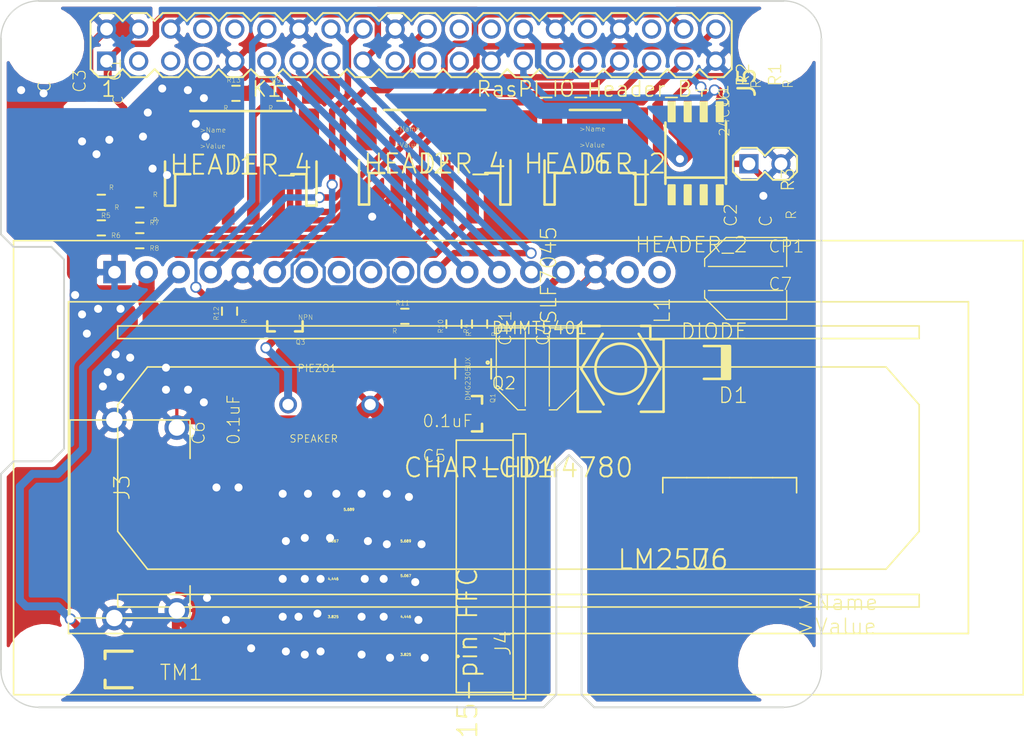
<source format=kicad_pcb>
(kicad_pcb (version 4) (host pcbnew "(2014-08-12 BZR 5064)-product")
  (layers (0 Top signal) (31 Bottom signal) (34 B.Paste user) (35 F.Paste user) (36 B.SilkS user) (37 F.SilkS user) (38 B.Mask user) (39 F.Mask user) (44 Edge.Cuts user))
  (net 0 "")
  (net 1 GND)
  (net 2 +5V)
  (net 3 3V3)
  (net 4 "Net-(C5-Pad1)")
  (net 5 /GPIO6)
  (net 6 "Net-(J1-Pad2)")
  (net 7 "Net-(J1-Pad3)")
  (net 8 /GPIO13)
  (net 9 /GPIO19)
  (net 10 /GPIO26)
  (net 11 "Net-(J3-Pad9)")
  (net 12 "Net-(J3-Pad8)")
  (net 13 "Net-(J3-Pad11)")
  (net 14 "Net-(J3-Pad12)")
  (net 15 "Net-(J3-Pad14)")
  (net 16 "Net-(J3-Pad15)")
  (net 17 "Net-(J3-Pad6)")
  (net 18 "Net-(J3-Pad5)")
  (net 19 "Net-(J3-Pad3)")
  (net 20 "Net-(J3-Pad2)")
  (net 21 "Net-(J3-Pad1)")
  (net 22 "Net-(J3-Pad17)")
  (net 23 "Net-(J3-Pad18)")
  (net 24 "Net-(J5-Pad1)")
  (net 25 +12V)
  (net 26 "Net-(K1-Pad3)")
  (net 27 "Net-(K1-Pad5)")
  (net 28 "Net-(K1-Pad7)")
  (net 29 /GPIO17)
  (net 30 "Net-(K1-Pad8)")
  (net 31 "Net-(K1-Pad10)")
  (net 32 /GPIO18)
  (net 33 /GPIO21)
  (net 34 /GPIO22)
  (net 35 "Net-(K1-Pad19)")
  (net 36 "Net-(K1-Pad21)")
  (net 37 "Net-(K1-Pad23)")
  (net 38 /GPIO23)
  (net 39 /GPIO24)
  (net 40 /GPIO25)
  (net 41 "Net-(K1-Pad24)")
  (net 42 "Net-(K1-Pad26)")
  (net 43 "Net-(K1-Pad29)")
  (net 44 "Net-(K1-Pad32)")
  (net 45 "Net-(K1-Pad36)")
  (net 46 /GPIO20)
  (net 47 /CONTRAST)
  (net 48 "Net-(LCD1-Pad7)")
  (net 49 "Net-(LCD1-Pad8)")
  (net 50 "Net-(LCD1-Pad9)")
  (net 51 "Net-(LCD1-Pad10)")
  (net 52 "Net-(Q2-Pad1)")
  (net 53 "Net-(Q3-Pad2)")
  (net 54 /ID_SC)
  (net 55 /ID_SD)
  (net 56 "Net-(C4-Pad+)")
  (net 57 "Net-(D1-PadC)")
  (net 58 "Net-(PIEZO1-Pad-)")
  (net 59 "Net-(Q1-Pad1)")
  (net 60 /GPIO27)
  (module MuSelf (layer Top) (at 143.825 117.825)
    (fp_text reference 5.689 (at -0.25 -0.5) (layer F.SilkS) (effects (font (size 0.2 0.2) (thickness 0.05))))
    (fp_text value VAL** hide)
    (fp_line (start -3 0) (end -2.7 0) (layer Top) (width 0.254))
    (fp_line (start -2.7 0) (end -2.585195 0.022836) (layer Top) (width 0.254))
    (fp_line (start -2.585195 0.022836) (end -2.487868 0.087868) (layer Top) (width 0.254))
    (fp_line (start -2.487868 0.087868) (end -2.422836 0.185195) (layer Top) (width 0.254))
    (fp_line (start -2.422836 0.185195) (end -2.4 0.3) (layer Top) (width 0.254))
    (fp_line (start -2.4 0.3) (end -2.4 0.327388) (layer Top) (width 0.254))
    (fp_line (start -2.4 0.327388) (end -2.377164 0.442193) (layer Top) (width 0.254))
    (fp_line (start -2.377164 0.442193) (end -2.312132 0.53952) (layer Top) (width 0.254))
    (fp_line (start -2.312132 0.53952) (end -2.214805 0.604552) (layer Top) (width 0.254))
    (fp_line (start -2.214805 0.604552) (end -2.1 0.627388) (layer Top) (width 0.254))
    (fp_line (start -2.1 0.627388) (end -1.985195 0.604552) (layer Top) (width 0.254))
    (fp_line (start -1.985195 0.604552) (end -1.887868 0.53952) (layer Top) (width 0.254))
    (fp_line (start -1.887868 0.53952) (end -1.822836 0.442193) (layer Top) (width 0.254))
    (fp_line (start -1.822836 0.442193) (end -1.8 0.327388) (layer Top) (width 0.254))
    (fp_line (start -1.8 0.327388) (end -1.8 -0.327388) (layer Top) (width 0.254))
    (fp_line (start -1.8 -0.327388) (end -1.777164 -0.442193) (layer Top) (width 0.254))
    (fp_line (start -1.777164 -0.442193) (end -1.712132 -0.53952) (layer Top) (width 0.254))
    (fp_line (start -1.712132 -0.53952) (end -1.614805 -0.604552) (layer Top) (width 0.254))
    (fp_line (start -1.614805 -0.604552) (end -1.5 -0.627388) (layer Top) (width 0.254))
    (fp_line (start -1.5 -0.627388) (end -1.385195 -0.604552) (layer Top) (width 0.254))
    (fp_line (start -1.385195 -0.604552) (end -1.287868 -0.53952) (layer Top) (width 0.254))
    (fp_line (start -1.287868 -0.53952) (end -1.222836 -0.442193) (layer Top) (width 0.254))
    (fp_line (start -1.222836 -0.442193) (end -1.2 -0.327388) (layer Top) (width 0.254))
    (fp_line (start -1.2 -0.327388) (end -1.2 0.327388) (layer Top) (width 0.254))
    (fp_line (start -1.2 0.327388) (end -1.177164 0.442193) (layer Top) (width 0.254))
    (fp_line (start -1.177164 0.442193) (end -1.112132 0.53952) (layer Top) (width 0.254))
    (fp_line (start -1.112132 0.53952) (end -1.014805 0.604552) (layer Top) (width 0.254))
    (fp_line (start -1.014805 0.604552) (end -0.9 0.627388) (layer Top) (width 0.254))
    (fp_line (start -0.9 0.627388) (end -0.785195 0.604552) (layer Top) (width 0.254))
    (fp_line (start -0.785195 0.604552) (end -0.687868 0.53952) (layer Top) (width 0.254))
    (fp_line (start -0.687868 0.53952) (end -0.622836 0.442193) (layer Top) (width 0.254))
    (fp_line (start -0.622836 0.442193) (end -0.6 0.327388) (layer Top) (width 0.254))
    (fp_line (start -0.6 0.327388) (end -0.6 0.3) (layer Top) (width 0.254))
    (fp_line (start -0.6 0.3) (end -0.577164 0.185195) (layer Top) (width 0.254))
    (fp_line (start -0.577164 0.185195) (end -0.512132 0.087868) (layer Top) (width 0.254))
    (fp_line (start -0.512132 0.087868) (end -0.414805 0.022836) (layer Top) (width 0.254))
    (fp_line (start -0.414805 0.022836) (end -0.3 0) (layer Top) (width 0.254))
    (fp_line (start -0.3 0) (end 0 0) (layer Top) (width 0.254))
    (pad 1 smd circle (at 0 0) (size 0.254 0.254) (layers Top))
    (pad 2 smd circle (at -3 0) (size 0.254 0.254) (layers Top))
  )
  (module MuSelf (layer Top) (at 146.575 118.825)
    (fp_text reference 5.689 (at 1.5 1) (layer F.SilkS) (effects (font (size 0.2 0.2) (thickness 0.05))))
    (fp_text value VAL** hide)
    (fp_line (start 3 0) (end 2.7 0) (layer Top) (width 0.254))
    (fp_line (start 2.7 0) (end 2.585195 -0.022836) (layer Top) (width 0.254))
    (fp_line (start 2.585195 -0.022836) (end 2.487868 -0.087868) (layer Top) (width 0.254))
    (fp_line (start 2.487868 -0.087868) (end 2.422836 -0.185195) (layer Top) (width 0.254))
    (fp_line (start 2.422836 -0.185195) (end 2.4 -0.3) (layer Top) (width 0.254))
    (fp_line (start 2.4 -0.3) (end 2.4 -0.327388) (layer Top) (width 0.254))
    (fp_line (start 2.4 -0.327388) (end 2.377164 -0.442193) (layer Top) (width 0.254))
    (fp_line (start 2.377164 -0.442193) (end 2.312132 -0.53952) (layer Top) (width 0.254))
    (fp_line (start 2.312132 -0.53952) (end 2.214805 -0.604552) (layer Top) (width 0.254))
    (fp_line (start 2.214805 -0.604552) (end 2.1 -0.627388) (layer Top) (width 0.254))
    (fp_line (start 2.1 -0.627388) (end 1.985195 -0.604552) (layer Top) (width 0.254))
    (fp_line (start 1.985195 -0.604552) (end 1.887868 -0.53952) (layer Top) (width 0.254))
    (fp_line (start 1.887868 -0.53952) (end 1.822836 -0.442193) (layer Top) (width 0.254))
    (fp_line (start 1.822836 -0.442193) (end 1.8 -0.327388) (layer Top) (width 0.254))
    (fp_line (start 1.8 -0.327388) (end 1.8 0.327388) (layer Top) (width 0.254))
    (fp_line (start 1.8 0.327388) (end 1.777164 0.442193) (layer Top) (width 0.254))
    (fp_line (start 1.777164 0.442193) (end 1.712132 0.53952) (layer Top) (width 0.254))
    (fp_line (start 1.712132 0.53952) (end 1.614805 0.604552) (layer Top) (width 0.254))
    (fp_line (start 1.614805 0.604552) (end 1.5 0.627388) (layer Top) (width 0.254))
    (fp_line (start 1.5 0.627388) (end 1.385195 0.604552) (layer Top) (width 0.254))
    (fp_line (start 1.385195 0.604552) (end 1.287868 0.53952) (layer Top) (width 0.254))
    (fp_line (start 1.287868 0.53952) (end 1.222836 0.442193) (layer Top) (width 0.254))
    (fp_line (start 1.222836 0.442193) (end 1.2 0.327388) (layer Top) (width 0.254))
    (fp_line (start 1.2 0.327388) (end 1.2 -0.327388) (layer Top) (width 0.254))
    (fp_line (start 1.2 -0.327388) (end 1.177164 -0.442193) (layer Top) (width 0.254))
    (fp_line (start 1.177164 -0.442193) (end 1.112132 -0.53952) (layer Top) (width 0.254))
    (fp_line (start 1.112132 -0.53952) (end 1.014805 -0.604552) (layer Top) (width 0.254))
    (fp_line (start 1.014805 -0.604552) (end 0.9 -0.627388) (layer Top) (width 0.254))
    (fp_line (start 0.9 -0.627388) (end 0.785195 -0.604552) (layer Top) (width 0.254))
    (fp_line (start 0.785195 -0.604552) (end 0.687868 -0.53952) (layer Top) (width 0.254))
    (fp_line (start 0.687868 -0.53952) (end 0.622836 -0.442193) (layer Top) (width 0.254))
    (fp_line (start 0.622836 -0.442193) (end 0.6 -0.327388) (layer Top) (width 0.254))
    (fp_line (start 0.6 -0.327388) (end 0.6 -0.3) (layer Top) (width 0.254))
    (fp_line (start 0.6 -0.3) (end 0.577164 -0.185195) (layer Top) (width 0.254))
    (fp_line (start 0.577164 -0.185195) (end 0.512132 -0.087868) (layer Top) (width 0.254))
    (fp_line (start 0.512132 -0.087868) (end 0.414805 -0.022836) (layer Top) (width 0.254))
    (fp_line (start 0.414805 -0.022836) (end 0.3 0) (layer Top) (width 0.254))
    (fp_line (start 0.3 0) (end 0 0) (layer Top) (width 0.254))
    (pad 1 smd circle (at 0 0) (size 0.254 0.254) (layers Top))
    (pad 2 smd circle (at 3 0) (size 0.254 0.254) (layers Top))
  )
  (module MuSelf (layer Top) (at 146.575 124.825)
    (fp_text reference 4.446 (at 1.5 1) (layer F.SilkS) (effects (font (size 0.2 0.2) (thickness 0.05))))
    (fp_text value VAL** hide)
    (fp_line (start 3 0) (end 2.625 0) (layer Top) (width 0.254))
    (fp_line (start 2.625 0) (end 2.481494 -0.028545) (layer Top) (width 0.254))
    (fp_line (start 2.481494 -0.028545) (end 2.359835 -0.109835) (layer Top) (width 0.254))
    (fp_line (start 2.359835 -0.109835) (end 2.278545 -0.231494) (layer Top) (width 0.254))
    (fp_line (start 2.278545 -0.231494) (end 2.25 -0.375) (layer Top) (width 0.254))
    (fp_line (start 2.25 -0.375) (end 2.25 -0.23853) (layer Top) (width 0.254))
    (fp_line (start 2.25 -0.23853) (end 2.221455 -0.382036) (layer Top) (width 0.254))
    (fp_line (start 2.221455 -0.382036) (end 2.140165 -0.503695) (layer Top) (width 0.254))
    (fp_line (start 2.140165 -0.503695) (end 2.018506 -0.584985) (layer Top) (width 0.254))
    (fp_line (start 2.018506 -0.584985) (end 1.875 -0.61353) (layer Top) (width 0.254))
    (fp_line (start 1.875 -0.61353) (end 1.731494 -0.584985) (layer Top) (width 0.254))
    (fp_line (start 1.731494 -0.584985) (end 1.609835 -0.503695) (layer Top) (width 0.254))
    (fp_line (start 1.609835 -0.503695) (end 1.528545 -0.382036) (layer Top) (width 0.254))
    (fp_line (start 1.528545 -0.382036) (end 1.5 -0.23853) (layer Top) (width 0.254))
    (fp_line (start 1.5 -0.23853) (end 1.5 0.23853) (layer Top) (width 0.254))
    (fp_line (start 1.5 0.23853) (end 1.471455 0.382036) (layer Top) (width 0.254))
    (fp_line (start 1.471455 0.382036) (end 1.390165 0.503695) (layer Top) (width 0.254))
    (fp_line (start 1.390165 0.503695) (end 1.268506 0.584985) (layer Top) (width 0.254))
    (fp_line (start 1.268506 0.584985) (end 1.125 0.61353) (layer Top) (width 0.254))
    (fp_line (start 1.125 0.61353) (end 0.981494 0.584985) (layer Top) (width 0.254))
    (fp_line (start 0.981494 0.584985) (end 0.859835 0.503695) (layer Top) (width 0.254))
    (fp_line (start 0.859835 0.503695) (end 0.778545 0.382036) (layer Top) (width 0.254))
    (fp_line (start 0.778545 0.382036) (end 0.75 0.23853) (layer Top) (width 0.254))
    (fp_line (start 0.75 0.23853) (end 0.75 0.375) (layer Top) (width 0.254))
    (fp_line (start 0.75 0.375) (end 0.721455 0.231494) (layer Top) (width 0.254))
    (fp_line (start 0.721455 0.231494) (end 0.640165 0.109835) (layer Top) (width 0.254))
    (fp_line (start 0.640165 0.109835) (end 0.518506 0.028545) (layer Top) (width 0.254))
    (fp_line (start 0.518506 0.028545) (end 0.375 0) (layer Top) (width 0.254))
    (fp_line (start 0.375 0) (end 0 0) (layer Top) (width 0.254))
    (pad 1 smd circle (at 0 0) (size 0.254 0.254) (layers Top))
    (pad 2 smd circle (at 3 0) (size 0.254 0.254) (layers Top))
  )
  (module MuSelf (layer Top) (at 140.825 120.825)
    (fp_text reference 5.067 (at 1.5 -1) (layer F.SilkS) (effects (font (size 0.2 0.2) (thickness 0.05))))
    (fp_text value VAL** hide)
    (fp_line (start 3 0) (end 2.7 0) (layer Top) (width 0.254))
    (fp_line (start 2.7 0) (end 2.585195 -0.022836) (layer Top) (width 0.254))
    (fp_line (start 2.585195 -0.022836) (end 2.487868 -0.087868) (layer Top) (width 0.254))
    (fp_line (start 2.487868 -0.087868) (end 2.422836 -0.185195) (layer Top) (width 0.254))
    (fp_line (start 2.422836 -0.185195) (end 2.4 -0.3) (layer Top) (width 0.254))
    (fp_line (start 2.4 -0.3) (end 2.4 -0.223721) (layer Top) (width 0.254))
    (fp_line (start 2.4 -0.223721) (end 2.377164 -0.338526) (layer Top) (width 0.254))
    (fp_line (start 2.377164 -0.338526) (end 2.312132 -0.435853) (layer Top) (width 0.254))
    (fp_line (start 2.312132 -0.435853) (end 2.214805 -0.500885) (layer Top) (width 0.254))
    (fp_line (start 2.214805 -0.500885) (end 2.1 -0.523721) (layer Top) (width 0.254))
    (fp_line (start 2.1 -0.523721) (end 1.985195 -0.500885) (layer Top) (width 0.254))
    (fp_line (start 1.985195 -0.500885) (end 1.887868 -0.435853) (layer Top) (width 0.254))
    (fp_line (start 1.887868 -0.435853) (end 1.822836 -0.338526) (layer Top) (width 0.254))
    (fp_line (start 1.822836 -0.338526) (end 1.8 -0.223721) (layer Top) (width 0.254))
    (fp_line (start 1.8 -0.223721) (end 1.8 0.223722) (layer Top) (width 0.254))
    (fp_line (start 1.8 0.223722) (end 1.777164 0.338527) (layer Top) (width 0.254))
    (fp_line (start 1.777164 0.338527) (end 1.712132 0.435854) (layer Top) (width 0.254))
    (fp_line (start 1.712132 0.435854) (end 1.614805 0.500886) (layer Top) (width 0.254))
    (fp_line (start 1.614805 0.500886) (end 1.5 0.523722) (layer Top) (width 0.254))
    (fp_line (start 1.5 0.523722) (end 1.385195 0.500886) (layer Top) (width 0.254))
    (fp_line (start 1.385195 0.500886) (end 1.287868 0.435854) (layer Top) (width 0.254))
    (fp_line (start 1.287868 0.435854) (end 1.222836 0.338527) (layer Top) (width 0.254))
    (fp_line (start 1.222836 0.338527) (end 1.2 0.223722) (layer Top) (width 0.254))
    (fp_line (start 1.2 0.223722) (end 1.2 -0.223721) (layer Top) (width 0.254))
    (fp_line (start 1.2 -0.223721) (end 1.177164 -0.338526) (layer Top) (width 0.254))
    (fp_line (start 1.177164 -0.338526) (end 1.112132 -0.435853) (layer Top) (width 0.254))
    (fp_line (start 1.112132 -0.435853) (end 1.014805 -0.500885) (layer Top) (width 0.254))
    (fp_line (start 1.014805 -0.500885) (end 0.9 -0.523721) (layer Top) (width 0.254))
    (fp_line (start 0.9 -0.523721) (end 0.785195 -0.500885) (layer Top) (width 0.254))
    (fp_line (start 0.785195 -0.500885) (end 0.687868 -0.435853) (layer Top) (width 0.254))
    (fp_line (start 0.687868 -0.435853) (end 0.622836 -0.338526) (layer Top) (width 0.254))
    (fp_line (start 0.622836 -0.338526) (end 0.6 -0.223721) (layer Top) (width 0.254))
    (fp_line (start 0.6 -0.223721) (end 0.6 -0.3) (layer Top) (width 0.254))
    (fp_line (start 0.6 -0.3) (end 0.577164 -0.185195) (layer Top) (width 0.254))
    (fp_line (start 0.577164 -0.185195) (end 0.512132 -0.087868) (layer Top) (width 0.254))
    (fp_line (start 0.512132 -0.087868) (end 0.414805 -0.022836) (layer Top) (width 0.254))
    (fp_line (start 0.414805 -0.022836) (end 0.3 0) (layer Top) (width 0.254))
    (fp_line (start 0.3 0) (end 0 0) (layer Top) (width 0.254))
    (pad 1 smd circle (at 0 0) (size 0.254 0.254) (layers Top))
    (pad 2 smd circle (at 3 0) (size 0.254 0.254) (layers Top))
  )
  (module MuSelf (layer Top) (at 140.825 123.825)
    (fp_text reference 4.446 (at 1.5 -1) (layer F.SilkS) (effects (font (size 0.2 0.2) (thickness 0.05))))
    (fp_text value VAL** hide)
    (fp_line (start 3 0) (end 2.625 0) (layer Top) (width 0.254))
    (fp_line (start 2.625 0) (end 2.481494 -0.028545) (layer Top) (width 0.254))
    (fp_line (start 2.481494 -0.028545) (end 2.359835 -0.109835) (layer Top) (width 0.254))
    (fp_line (start 2.359835 -0.109835) (end 2.278545 -0.231494) (layer Top) (width 0.254))
    (fp_line (start 2.278545 -0.231494) (end 2.25 -0.375) (layer Top) (width 0.254))
    (fp_line (start 2.25 -0.375) (end 2.25 -0.23853) (layer Top) (width 0.254))
    (fp_line (start 2.25 -0.23853) (end 2.221455 -0.382036) (layer Top) (width 0.254))
    (fp_line (start 2.221455 -0.382036) (end 2.140165 -0.503695) (layer Top) (width 0.254))
    (fp_line (start 2.140165 -0.503695) (end 2.018506 -0.584985) (layer Top) (width 0.254))
    (fp_line (start 2.018506 -0.584985) (end 1.875 -0.61353) (layer Top) (width 0.254))
    (fp_line (start 1.875 -0.61353) (end 1.731494 -0.584985) (layer Top) (width 0.254))
    (fp_line (start 1.731494 -0.584985) (end 1.609835 -0.503695) (layer Top) (width 0.254))
    (fp_line (start 1.609835 -0.503695) (end 1.528545 -0.382036) (layer Top) (width 0.254))
    (fp_line (start 1.528545 -0.382036) (end 1.5 -0.23853) (layer Top) (width 0.254))
    (fp_line (start 1.5 -0.23853) (end 1.5 0.23853) (layer Top) (width 0.254))
    (fp_line (start 1.5 0.23853) (end 1.471455 0.382036) (layer Top) (width 0.254))
    (fp_line (start 1.471455 0.382036) (end 1.390165 0.503695) (layer Top) (width 0.254))
    (fp_line (start 1.390165 0.503695) (end 1.268506 0.584985) (layer Top) (width 0.254))
    (fp_line (start 1.268506 0.584985) (end 1.125 0.61353) (layer Top) (width 0.254))
    (fp_line (start 1.125 0.61353) (end 0.981494 0.584985) (layer Top) (width 0.254))
    (fp_line (start 0.981494 0.584985) (end 0.859835 0.503695) (layer Top) (width 0.254))
    (fp_line (start 0.859835 0.503695) (end 0.778545 0.382036) (layer Top) (width 0.254))
    (fp_line (start 0.778545 0.382036) (end 0.75 0.23853) (layer Top) (width 0.254))
    (fp_line (start 0.75 0.23853) (end 0.75 0.375) (layer Top) (width 0.254))
    (fp_line (start 0.75 0.375) (end 0.721455 0.231494) (layer Top) (width 0.254))
    (fp_line (start 0.721455 0.231494) (end 0.640165 0.109835) (layer Top) (width 0.254))
    (fp_line (start 0.640165 0.109835) (end 0.518506 0.028545) (layer Top) (width 0.254))
    (fp_line (start 0.518506 0.028545) (end 0.375 0) (layer Top) (width 0.254))
    (fp_line (start 0.375 0) (end 0 0) (layer Top) (width 0.254))
    (pad 1 smd circle (at 0 0) (size 0.254 0.254) (layers Top))
    (pad 2 smd circle (at 3 0) (size 0.254 0.254) (layers Top))
  )
  (module MuSelf (layer Top) (at 149.575 121.825)
    (fp_text reference 5.067 (at -1.5 0.75) (layer F.SilkS) (effects (font (size 0.2 0.2) (thickness 0.05))))
    (fp_text value VAL** hide)
    (fp_line (start -3 0) (end -2.7 0) (layer Top) (width 0.254))
    (fp_line (start -2.7 0) (end -2.585195 0.022836) (layer Top) (width 0.254))
    (fp_line (start -2.585195 0.022836) (end -2.487868 0.087868) (layer Top) (width 0.254))
    (fp_line (start -2.487868 0.087868) (end -2.422836 0.185195) (layer Top) (width 0.254))
    (fp_line (start -2.422836 0.185195) (end -2.4 0.3) (layer Top) (width 0.254))
    (fp_line (start -2.4 0.3) (end -2.4 0.223721) (layer Top) (width 0.254))
    (fp_line (start -2.4 0.223721) (end -2.377164 0.338526) (layer Top) (width 0.254))
    (fp_line (start -2.377164 0.338526) (end -2.312132 0.435853) (layer Top) (width 0.254))
    (fp_line (start -2.312132 0.435853) (end -2.214805 0.500885) (layer Top) (width 0.254))
    (fp_line (start -2.214805 0.500885) (end -2.1 0.523721) (layer Top) (width 0.254))
    (fp_line (start -2.1 0.523721) (end -1.985195 0.500885) (layer Top) (width 0.254))
    (fp_line (start -1.985195 0.500885) (end -1.887868 0.435853) (layer Top) (width 0.254))
    (fp_line (start -1.887868 0.435853) (end -1.822836 0.338526) (layer Top) (width 0.254))
    (fp_line (start -1.822836 0.338526) (end -1.8 0.223721) (layer Top) (width 0.254))
    (fp_line (start -1.8 0.223721) (end -1.8 -0.223722) (layer Top) (width 0.254))
    (fp_line (start -1.8 -0.223722) (end -1.777164 -0.338527) (layer Top) (width 0.254))
    (fp_line (start -1.777164 -0.338527) (end -1.712132 -0.435854) (layer Top) (width 0.254))
    (fp_line (start -1.712132 -0.435854) (end -1.614805 -0.500886) (layer Top) (width 0.254))
    (fp_line (start -1.614805 -0.500886) (end -1.5 -0.523722) (layer Top) (width 0.254))
    (fp_line (start -1.5 -0.523722) (end -1.385195 -0.500886) (layer Top) (width 0.254))
    (fp_line (start -1.385195 -0.500886) (end -1.287868 -0.435854) (layer Top) (width 0.254))
    (fp_line (start -1.287868 -0.435854) (end -1.222836 -0.338527) (layer Top) (width 0.254))
    (fp_line (start -1.222836 -0.338527) (end -1.2 -0.223722) (layer Top) (width 0.254))
    (fp_line (start -1.2 -0.223722) (end -1.2 0.223721) (layer Top) (width 0.254))
    (fp_line (start -1.2 0.223721) (end -1.177164 0.338526) (layer Top) (width 0.254))
    (fp_line (start -1.177164 0.338526) (end -1.112132 0.435853) (layer Top) (width 0.254))
    (fp_line (start -1.112132 0.435853) (end -1.014805 0.500885) (layer Top) (width 0.254))
    (fp_line (start -1.014805 0.500885) (end -0.9 0.523721) (layer Top) (width 0.254))
    (fp_line (start -0.9 0.523721) (end -0.785195 0.500885) (layer Top) (width 0.254))
    (fp_line (start -0.785195 0.500885) (end -0.687868 0.435853) (layer Top) (width 0.254))
    (fp_line (start -0.687868 0.435853) (end -0.622836 0.338526) (layer Top) (width 0.254))
    (fp_line (start -0.622836 0.338526) (end -0.6 0.223721) (layer Top) (width 0.254))
    (fp_line (start -0.6 0.223721) (end -0.6 0.3) (layer Top) (width 0.254))
    (fp_line (start -0.6 0.3) (end -0.577164 0.185195) (layer Top) (width 0.254))
    (fp_line (start -0.577164 0.185195) (end -0.512132 0.087868) (layer Top) (width 0.254))
    (fp_line (start -0.512132 0.087868) (end -0.414805 0.022836) (layer Top) (width 0.254))
    (fp_line (start -0.414805 0.022836) (end -0.3 0) (layer Top) (width 0.254))
    (fp_line (start -0.3 0) (end 0 0) (layer Top) (width 0.254))
    (pad 1 smd circle (at 0 0) (size 0.254 0.254) (layers Top))
    (pad 2 smd circle (at -3 0) (size 0.254 0.254) (layers Top))
  )
  (module MuSelf (layer Top) (at 149.575 127.825)
    (fp_text reference 3.825 (at -1.5 1) (layer F.SilkS) (effects (font (size 0.2 0.2) (thickness 0.05))))
    (fp_text value VAL** hide)
    (fp_line (start -3 0) (end -2.25 0) (layer Top) (width 0.254))
    (fp_line (start -2.25 0) (end -2.106494 0.028545) (layer Top) (width 0.254))
    (fp_line (start -2.106494 0.028545) (end -1.984835 0.109835) (layer Top) (width 0.254))
    (fp_line (start -1.984835 0.109835) (end -1.903545 0.231494) (layer Top) (width 0.254))
    (fp_line (start -1.903545 0.231494) (end -1.875 0.375) (layer Top) (width 0.254))
    (fp_line (start -1.875 0.375) (end -1.875 0.37354) (layer Top) (width 0.254))
    (fp_line (start -1.875 0.37354) (end -1.846455 0.517046) (layer Top) (width 0.254))
    (fp_line (start -1.846455 0.517046) (end -1.765165 0.638705) (layer Top) (width 0.254))
    (fp_line (start -1.765165 0.638705) (end -1.643506 0.719995) (layer Top) (width 0.254))
    (fp_line (start -1.643506 0.719995) (end -1.5 0.74854) (layer Top) (width 0.254))
    (fp_line (start -1.5 0.74854) (end -1.356494 0.719995) (layer Top) (width 0.254))
    (fp_line (start -1.356494 0.719995) (end -1.234835 0.638705) (layer Top) (width 0.254))
    (fp_line (start -1.234835 0.638705) (end -1.153545 0.517046) (layer Top) (width 0.254))
    (fp_line (start -1.153545 0.517046) (end -1.125 0.37354) (layer Top) (width 0.254))
    (fp_line (start -1.125 0.37354) (end -1.125 0.375) (layer Top) (width 0.254))
    (fp_line (start -1.125 0.375) (end -1.096455 0.231494) (layer Top) (width 0.254))
    (fp_line (start -1.096455 0.231494) (end -1.015165 0.109835) (layer Top) (width 0.254))
    (fp_line (start -1.015165 0.109835) (end -0.893506 0.028545) (layer Top) (width 0.254))
    (fp_line (start -0.893506 0.028545) (end -0.75 0) (layer Top) (width 0.254))
    (fp_line (start -0.75 0) (end 0 0) (layer Top) (width 0.254))
    (pad 1 smd circle (at 0 0) (size 0.254 0.254) (layers Top))
    (pad 2 smd circle (at -3 0) (size 0.254 0.254) (layers Top))
  )
  (module MuSelf (layer Top) (at 140.825 126.825)
    (fp_text reference 3.825 (at 1.5 -1) (layer F.SilkS) (effects (font (size 0.2 0.2) (thickness 0.05))))
    (fp_text value VAL** hide)
    (fp_line (start 3 0) (end 2.25 0) (layer Top) (width 0.254))
    (fp_line (start 2.25 0) (end 2.106494 -0.028545) (layer Top) (width 0.254))
    (fp_line (start 2.106494 -0.028545) (end 1.984835 -0.109835) (layer Top) (width 0.254))
    (fp_line (start 1.984835 -0.109835) (end 1.903545 -0.231494) (layer Top) (width 0.254))
    (fp_line (start 1.903545 -0.231494) (end 1.875 -0.375) (layer Top) (width 0.254))
    (fp_line (start 1.875 -0.375) (end 1.875 -0.37354) (layer Top) (width 0.254))
    (fp_line (start 1.875 -0.37354) (end 1.846455 -0.517046) (layer Top) (width 0.254))
    (fp_line (start 1.846455 -0.517046) (end 1.765165 -0.638705) (layer Top) (width 0.254))
    (fp_line (start 1.765165 -0.638705) (end 1.643506 -0.719995) (layer Top) (width 0.254))
    (fp_line (start 1.643506 -0.719995) (end 1.5 -0.74854) (layer Top) (width 0.254))
    (fp_line (start 1.5 -0.74854) (end 1.356494 -0.719995) (layer Top) (width 0.254))
    (fp_line (start 1.356494 -0.719995) (end 1.234835 -0.638705) (layer Top) (width 0.254))
    (fp_line (start 1.234835 -0.638705) (end 1.153545 -0.517046) (layer Top) (width 0.254))
    (fp_line (start 1.153545 -0.517046) (end 1.125 -0.37354) (layer Top) (width 0.254))
    (fp_line (start 1.125 -0.37354) (end 1.125 -0.375) (layer Top) (width 0.254))
    (fp_line (start 1.125 -0.375) (end 1.096455 -0.231494) (layer Top) (width 0.254))
    (fp_line (start 1.096455 -0.231494) (end 1.015165 -0.109835) (layer Top) (width 0.254))
    (fp_line (start 1.015165 -0.109835) (end 0.893506 -0.028545) (layer Top) (width 0.254))
    (fp_line (start 0.893506 -0.028545) (end 0.75 0) (layer Top) (width 0.254))
    (fp_line (start 0.75 0) (end 0 0) (layer Top) (width 0.254))
    (pad 1 smd circle (at 0 0) (size 0.254 0.254) (layers Top))
    (pad 2 smd circle (at 3 0) (size 0.254 0.254) (layers Top))
  )
  (module LCD-16X2 (layer Top) (at 157.0011 114.0036)
    (fp_text reference LCD1 (at 0 0) (layer F.SilkS))
    (fp_text value CHAR-HD44780 (at 0 0) (layer F.SilkS))
    (pad 1 thru_hole rect (at -32 -15.5 90) (size 1.778 1.778) (drill 1) (layers *.Cu *.Mask) (net 1 GND))
    (pad 2 thru_hole circle (at -29.46 -15.5 90) (size 1.778 1.778) (drill 1) (layers *.Cu *.Mask) (net 2 +5V))
    (pad 3 thru_hole circle (at -26.92 -15.5 90) (size 1.778 1.778) (drill 1) (layers *.Cu *.Mask) (net 47 /CONTRAST))
    (pad 4 thru_hole circle (at -24.38 -15.5 90) (size 1.778 1.778) (drill 1) (layers *.Cu *.Mask) (net 40 /GPIO25))
    (pad 5 thru_hole circle (at -21.84 -15.5 90) (size 1.778 1.778) (drill 1) (layers *.Cu *.Mask) (net 1 GND))
    (pad 6 thru_hole circle (at -19.3 -15.5 90) (size 1.778 1.778) (drill 1) (layers *.Cu *.Mask) (net 39 /GPIO24))
    (pad 7 thru_hole circle (at -16.76 -15.5 90) (size 1.778 1.778) (drill 1) (layers *.Cu *.Mask) (net 48 "Net-(LCD1-Pad7)"))
    (pad 8 thru_hole circle (at -14.22 -15.5 90) (size 1.778 1.778) (drill 1) (layers *.Cu *.Mask) (net 49 "Net-(LCD1-Pad8)"))
    (pad 9 thru_hole circle (at -11.68 -15.5 90) (size 1.778 1.778) (drill 1) (layers *.Cu *.Mask) (net 50 "Net-(LCD1-Pad9)"))
    (pad 10 thru_hole circle (at -9.14 -15.5 90) (size 1.778 1.778) (drill 1) (layers *.Cu *.Mask) (net 51 "Net-(LCD1-Pad10)"))
    (pad 11 thru_hole circle (at -6.6 -15.5 90) (size 1.778 1.778) (drill 1) (layers *.Cu *.Mask) (net 38 /GPIO23))
    (pad 12 thru_hole circle (at -4.06 -15.5 90) (size 1.778 1.778) (drill 1) (layers *.Cu *.Mask) (net 29 /GPIO17))
    (pad 13 thru_hole circle (at -1.52 -15.5 90) (size 1.778 1.778) (drill 1) (layers *.Cu *.Mask) (net 60 /GPIO27))
    (pad 14 thru_hole circle (at 1.02 -15.5 90) (size 1.778 1.778) (drill 1) (layers *.Cu *.Mask) (net 34 /GPIO22))
    (pad 15 thru_hole circle (at 3.56 -15.5 90) (size 1.778 1.778) (drill 1) (layers *.Cu *.Mask) (net 2 +5V))
    (pad 16 thru_hole circle (at 6.1 -15.5 90) (size 1.778 1.778) (drill 1) (layers *.Cu *.Mask) (net 1 GND))
    (pad 17 thru_hole circle (at 8.64 -15.5 90) (size 1.778 1.778) (drill 1) (layers *.Cu *.Mask))
    (pad 18 thru_hole circle (at 11.18 -15.5 90) (size 1.778 1.778) (drill 1) (layers *.Cu *.Mask))
    (pad "" np_thru_hole circle (at -37.5 15.5) (size 2.8 2.8) (drill 2.8) (layers *.Cu))
    (pad "" np_thru_hole circle (at -37.5 -15.5) (size 2.8 2.8) (drill 2.8) (layers *.Cu))
    (pad "" np_thru_hole circle (at 37.5 -15.5) (size 2.8 2.8) (drill 2.8) (layers *.Cu))
    (pad "" np_thru_hole circle (at 37.5 15.5) (size 2.8 2.8) (drill 2.8) (layers *.Cu))
  )
  (module C0805K (layer Top) (at 133.096 111.252 90)
    (fp_text reference C6 (at -1 -0.875 90) (layer F.SilkS) (effects (font (size 0.9652 0.9652) (thickness 0.08128)) (justify left bottom)))
    (fp_text value 0.1uF (at -1 1.9 90) (layer F.SilkS) (effects (font (size 0.9652 0.9652) (thickness 0.08128)) (justify left bottom)))
    (pad 1 smd rect (at -1 0 90) (size 1.3 1.6) (layers Top F.Paste F.Mask) (net 4 "Net-(C5-Pad1)"))
    (pad 2 smd rect (at 1 0 90) (size 1.3 1.6) (layers Top F.Paste F.Mask) (net 1 GND))
  )
  (module C0805K (layer Top) (at 148.336 112.776 180)
    (fp_text reference C5 (at -1 -0.875 180) (layer F.SilkS) (effects (font (size 0.9652 0.9652) (thickness 0.08128)) (justify left bottom)))
    (fp_text value 0.1uF (at -1 1.9 180) (layer F.SilkS) (effects (font (size 0.9652 0.9652) (thickness 0.08128)) (justify left bottom)))
    (pad 1 smd rect (at -1 0 180) (size 1.3 1.6) (layers Top F.Paste F.Mask) (net 4 "Net-(C5-Pad1)"))
    (pad 2 smd rect (at 1 0 180) (size 1.3 1.6) (layers Top F.Paste F.Mask) (net 1 GND))
  )
  (module 0805 (layer Top) (at 134.62 84.328)
    (fp_text reference R13 (at -0.762 -0.8255) (layer F.SilkS) (effects (font (size 0.38608 0.38608) (thickness 0.032512)) (justify left bottom)))
    (fp_text value R (at -1.016 1.397) (layer F.SilkS) (effects (font (size 0.38608 0.38608) (thickness 0.032512)) (justify left bottom)))
    (pad 1 smd rect (at -0.9 0) (size 0.8 1.2) (layers Top F.Paste F.Mask) (net 7 "Net-(J1-Pad3)"))
    (pad 2 smd rect (at 0.9 0) (size 0.8 1.2) (layers Top F.Paste F.Mask) (net 33 /GPIO21))
  )
  (module "" (layer Top) (at 119.5011 129.5036)
    (fp_text reference @HOLE0 hide)
    (fp_text value "" (at 0 0) (layer F.SilkS))
    (pad "" np_thru_hole circle (at 0 0) (size 2.8 2.8) (drill 2.8) (layers *.Cu) (clearance 1.7))
  )
  (module "" (layer Top) (at 119.5011 80.5036)
    (fp_text reference @HOLE1 hide)
    (fp_text value "" (at 0 0) (layer F.SilkS))
    (pad "" np_thru_hole circle (at 0 0) (size 2.8 2.8) (drill 2.8) (layers *.Cu) (clearance 1.7))
  )
  (module "" (layer Top) (at 177.5011 80.5036)
    (fp_text reference @HOLE2 hide)
    (fp_text value "" (at 0 0) (layer F.SilkS))
    (pad "" np_thru_hole circle (at 0 0) (size 2.8 2.8) (drill 2.8) (layers *.Cu) (clearance 1.7))
  )
  (module "" (layer Top) (at 177.5011 129.5036)
    (fp_text reference @HOLE3 hide)
    (fp_text value "" (at 0 0) (layer F.SilkS))
    (pad "" np_thru_hole circle (at 0 0) (size 2.8 2.8) (drill 2.8) (layers *.Cu) (clearance 1.7))
  )
  (module PIN_20X2 (layer Top) (at 148.5011 80.5036)
    (fp_text reference K1 (at -12.7 4.191) (layer F.SilkS) (effects (font (size 1.2065 1.2065) (thickness 0.127)) (justify left bottom)))
    (fp_text value RasPI_IO_Header_B+ (at 5.08 4.191) (layer F.SilkS) (effects (font (size 1.2065 1.2065) (thickness 0.127)) (justify left bottom)))
    (fp_text user 1 (at -24.638 4.191) (layer F.SilkS) (effects (font (size 1.2065 1.2065) (thickness 0.127)) (justify left bottom)))
    (pad 1 thru_hole rect (at -24.13 1.27) (size 1.524 1.524) (drill 1.016) (layers *.Cu *.Mask) (net 3 3V3))
    (pad 3 thru_hole circle (at -21.59 1.27) (size 1.524 1.524) (drill 1.016) (layers *.Cu *.Mask) (net 26 "Net-(K1-Pad3)"))
    (pad 5 thru_hole circle (at -19.05 1.27) (size 1.524 1.524) (drill 1.016) (layers *.Cu *.Mask) (net 27 "Net-(K1-Pad5)"))
    (pad 7 thru_hole circle (at -16.51 1.27) (size 1.524 1.524) (drill 1.016) (layers *.Cu *.Mask) (net 28 "Net-(K1-Pad7)"))
    (pad 9 thru_hole circle (at -13.97 1.27) (size 1.524 1.524) (drill 1.016) (layers *.Cu *.Mask) (net 1 GND))
    (pad 11 thru_hole circle (at -11.43 1.27) (size 1.524 1.524) (drill 1.016) (layers *.Cu *.Mask) (net 29 /GPIO17))
    (pad 2 thru_hole circle (at -24.13 -1.27) (size 1.524 1.524) (drill 1.016) (layers *.Cu *.Mask) (net 2 +5V))
    (pad 4 thru_hole circle (at -21.59 -1.27) (size 1.524 1.524) (drill 1.016) (layers *.Cu *.Mask) (net 2 +5V))
    (pad 6 thru_hole circle (at -19.05 -1.27) (size 1.524 1.524) (drill 1.016) (layers *.Cu *.Mask) (net 1 GND))
    (pad 8 thru_hole circle (at -16.51 -1.27) (size 1.524 1.524) (drill 1.016) (layers *.Cu *.Mask) (net 30 "Net-(K1-Pad8)"))
    (pad 10 thru_hole circle (at -13.97 -1.27) (size 1.524 1.524) (drill 1.016) (layers *.Cu *.Mask) (net 31 "Net-(K1-Pad10)"))
    (pad 12 thru_hole circle (at -11.43 -1.27) (size 1.524 1.524) (drill 1.016) (layers *.Cu *.Mask) (net 32 /GPIO18))
    (pad 13 thru_hole circle (at -8.89 1.27) (size 1.524 1.524) (drill 1.016) (layers *.Cu *.Mask) (net 60 /GPIO27))
    (pad 14 thru_hole circle (at -8.89 -1.27) (size 1.524 1.524) (drill 1.016) (layers *.Cu *.Mask) (net 1 GND))
    (pad 15 thru_hole circle (at -6.35 1.27) (size 1.524 1.524) (drill 1.016) (layers *.Cu *.Mask) (net 34 /GPIO22))
    (pad 17 thru_hole circle (at -3.81 1.27) (size 1.524 1.524) (drill 1.016) (layers *.Cu *.Mask) (net 3 3V3))
    (pad 19 thru_hole circle (at -1.27 1.27) (size 1.524 1.524) (drill 1.016) (layers *.Cu *.Mask) (net 35 "Net-(K1-Pad19)"))
    (pad 21 thru_hole circle (at 1.27 1.27) (size 1.524 1.524) (drill 1.016) (layers *.Cu *.Mask) (net 36 "Net-(K1-Pad21)"))
    (pad 23 thru_hole circle (at 3.81 1.27) (size 1.524 1.524) (drill 1.016) (layers *.Cu *.Mask) (net 37 "Net-(K1-Pad23)"))
    (pad 25 thru_hole circle (at 6.35 1.27) (size 1.524 1.524) (drill 1.016) (layers *.Cu *.Mask) (net 1 GND))
    (pad 16 thru_hole circle (at -6.35 -1.27) (size 1.524 1.524) (drill 1.016) (layers *.Cu *.Mask) (net 38 /GPIO23))
    (pad 18 thru_hole circle (at -3.81 -1.27) (size 1.524 1.524) (drill 1.016) (layers *.Cu *.Mask) (net 39 /GPIO24))
    (pad 20 thru_hole circle (at -1.27 -1.27) (size 1.524 1.524) (drill 1.016) (layers *.Cu *.Mask) (net 1 GND))
    (pad 22 thru_hole circle (at 1.27 -1.27) (size 1.524 1.524) (drill 1.016) (layers *.Cu *.Mask) (net 40 /GPIO25))
    (pad 24 thru_hole circle (at 3.81 -1.27) (size 1.524 1.524) (drill 1.016) (layers *.Cu *.Mask) (net 41 "Net-(K1-Pad24)"))
    (pad 26 thru_hole circle (at 6.35 -1.27) (size 1.524 1.524) (drill 1.016) (layers *.Cu *.Mask) (net 42 "Net-(K1-Pad26)"))
    (pad 27 thru_hole circle (at 8.89 1.27) (size 1.524 1.524) (drill 1.016) (layers *.Cu *.Mask) (net 55 /ID_SD))
    (pad 28 thru_hole circle (at 8.89 -1.27) (size 1.524 1.524) (drill 1.016) (layers *.Cu *.Mask) (net 54 /ID_SC))
    (pad 29 thru_hole circle (at 11.43 1.27) (size 1.524 1.524) (drill 1.016) (layers *.Cu *.Mask) (net 43 "Net-(K1-Pad29)"))
    (pad 31 thru_hole circle (at 13.97 1.27) (size 1.524 1.524) (drill 1.016) (layers *.Cu *.Mask) (net 5 /GPIO6))
    (pad 33 thru_hole circle (at 16.51 1.27) (size 1.524 1.524) (drill 1.016) (layers *.Cu *.Mask) (net 8 /GPIO13))
    (pad 35 thru_hole circle (at 19.05 1.27) (size 1.524 1.524) (drill 1.016) (layers *.Cu *.Mask) (net 9 /GPIO19))
    (pad 37 thru_hole circle (at 21.59 1.27) (size 1.524 1.524) (drill 1.016) (layers *.Cu *.Mask) (net 10 /GPIO26))
    (pad 39 thru_hole circle (at 24.13 1.27) (size 1.524 1.524) (drill 1.016) (layers *.Cu *.Mask) (net 1 GND))
    (pad 30 thru_hole circle (at 11.43 -1.27) (size 1.524 1.524) (drill 1.016) (layers *.Cu *.Mask) (net 1 GND))
    (pad 32 thru_hole circle (at 13.97 -1.27) (size 1.524 1.524) (drill 1.016) (layers *.Cu *.Mask) (net 44 "Net-(K1-Pad32)"))
    (pad 34 thru_hole circle (at 16.51 -1.27) (size 1.524 1.524) (drill 1.016) (layers *.Cu *.Mask) (net 1 GND))
    (pad 36 thru_hole circle (at 19.05 -1.27) (size 1.524 1.524) (drill 1.016) (layers *.Cu *.Mask) (net 45 "Net-(K1-Pad36)"))
    (pad 38 thru_hole circle (at 21.59 -1.27) (size 1.524 1.524) (drill 1.016) (layers *.Cu *.Mask) (net 46 /GPIO20))
    (pad 40 thru_hole circle (at 24.13 -1.27) (size 1.524 1.524) (drill 1.016) (layers *.Cu *.Mask) (net 33 /GPIO21))
  )
  (module SOIC8 (layer Top) (at 171.0436 89.0778)
    (fp_text reference U1 (at 2.667 -3.4925 270) (layer F.SilkS) (effects (font (size 0.9652 0.9652) (thickness 0.09652)) (justify left bottom)))
    (fp_text value 24C16 (at 2.7305 -1.27 270) (layer F.SilkS) (effects (font (size 0.77216 0.77216) (thickness 0.061772)) (justify left bottom)))
    (pad 2 smd rect (at -0.635 3.33) (size 0.6 2.2) (layers Top F.Paste F.Mask) (net 1 GND))
    (pad 7 smd rect (at -0.635 -3.33) (size 0.6 2.2) (layers Top F.Paste F.Mask) (net 24 "Net-(J5-Pad1)"))
    (pad 1 smd rect (at -1.905 3.33) (size 0.6 2.2) (layers Top F.Paste F.Mask) (net 1 GND))
    (pad 3 smd rect (at 0.635 3.33) (size 0.6 2.2) (layers Top F.Paste F.Mask) (net 1 GND))
    (pad 4 smd rect (at 1.905 3.33) (size 0.6 2.2) (layers Top F.Paste F.Mask) (net 1 GND))
    (pad 8 smd rect (at -1.905 -3.33) (size 0.6 2.2) (layers Top F.Paste F.Mask) (net 3 3V3))
    (pad 6 smd rect (at 0.635 -3.33) (size 0.6 2.2) (layers Top F.Paste F.Mask) (net 54 /ID_SC))
    (pad 5 smd rect (at 1.905 -3.33) (size 0.6 2.2) (layers Top F.Paste F.Mask) (net 55 /ID_SD))
  )
  (module M0805 (layer Top) (at 177.8 85.852 90)
    (fp_text reference R1 (at 2.00025 0.09525 90) (layer F.SilkS) (effects (font (size 0.9652 0.9652) (thickness 0.09652)) (justify left bottom)))
    (fp_text value R (at 1.8415 1.016 90) (layer F.SilkS) (effects (font (size 0.77216 0.77216) (thickness 0.061772)) (justify left bottom)))
    (pad 1 smd rect (at -0.95 0 90) (size 1.3 1.6) (layers Top F.Paste F.Mask) (net 54 /ID_SC))
    (pad 2 smd rect (at 0.95 0 90) (size 1.3 1.6) (layers Top F.Paste F.Mask) (net 3 3V3))
  )
  (module C0805K (layer Top) (at 124.46 85.344 270)
    (fp_text reference C1 (at -1.905 -1.11125 270) (layer F.SilkS) (effects (font (size 0.9652 0.9652) (thickness 0.09652)) (justify left bottom)))
    (fp_text value C (at -0.0475 -1.27 270) (layer F.SilkS) (effects (font (size 0.77216 0.77216) (thickness 0.061772)) (justify left bottom)))
    (pad 1 smd rect (at -1 0 270) (size 1.3 1.6) (layers Top F.Paste F.Mask) (net 3 3V3))
    (pad 2 smd rect (at 1 0 270) (size 1.3 1.6) (layers Top F.Paste F.Mask) (net 1 GND))
  )
  (module M0805 (layer Top) (at 175.26 85.852 90)
    (fp_text reference R2 (at 2.00025 0.09525 90) (layer F.SilkS) (effects (font (size 0.9652 0.9652) (thickness 0.09652)) (justify left bottom)))
    (fp_text value R (at 1.8415 1.016 90) (layer F.SilkS) (effects (font (size 0.77216 0.77216) (thickness 0.061772)) (justify left bottom)))
    (pad 1 smd rect (at -0.95 0 90) (size 1.3 1.6) (layers Top F.Paste F.Mask) (net 55 /ID_SD))
    (pad 2 smd rect (at 0.95 0 90) (size 1.3 1.6) (layers Top F.Paste F.Mask) (net 3 3V3))
  )
  (module M0805 (layer Top) (at 177.8 93.98 270)
    (fp_text reference R3 (at -1.80975 -1.11125 270) (layer F.SilkS) (effects (font (size 0.9652 0.9652) (thickness 0.09652)) (justify left bottom)))
    (fp_text value R (at 0.41275 -1.27 270) (layer F.SilkS) (effects (font (size 0.77216 0.77216) (thickness 0.061772)) (justify left bottom)))
    (pad 1 smd rect (at -0.95 0 270) (size 1.3 1.6) (layers Top F.Paste F.Mask) (net 24 "Net-(J5-Pad1)"))
    (pad 2 smd rect (at 0.95 0 270) (size 1.3 1.6) (layers Top F.Paste F.Mask) (net 3 3V3))
  )
  (module MA02-1 (layer Top) (at 176.53 89.916)
    (fp_text reference J5 (at -0.64245 -5.1537 90) (layer F.SilkS) (effects (font (size 1.35128 1.35128) (thickness 0.202692)) (justify left bottom)))
    (fp_text value HEADER_2 (at -1.27 5.715 180) (layer F.SilkS) (effects (font (size 1.2065 1.2065) (thickness 0.09652)) (justify right top)))
    (pad 1 thru_hole rect (at -1.27 0 90) (size 1.524 1.524) (drill 1.016) (layers *.Cu *.Mask) (net 24 "Net-(J5-Pad1)"))
    (pad 2 thru_hole circle (at 1.27 0 90) (size 1.524 1.524) (drill 1.016) (layers *.Cu *.Mask) (net 1 GND))
  )
  (module TC33X (layer Top) (at 126.0011 130.0036 90)
    (fp_text reference TM1 (at 0.4636 6.0789 180) (layer F.SilkS) (effects (font (size 1.2065 1.2065) (thickness 0.1016)) (justify right top)))
    (fp_text value POT hide)
    (pad 2 smd rect (at 0 -1.5 90) (size 1.5 1.6) (layers Top F.Paste F.Mask) (net 47 /CONTRAST))
    (pad 1 smd rect (at -1 1.825 90) (size 1.2 1.2) (layers Top F.Paste F.Mask) (net 1 GND))
    (pad 3 smd rect (at 1 1.825 90) (size 1.2 1.2) (layers Top F.Paste F.Mask) (net 2 +5V))
  )
  (module 0805 (layer Top) (at 123.952 92.964 180)
    (fp_text reference R5 (at -0.762 -0.8255 180) (layer F.SilkS) (effects (font (size 0.38608 0.38608) (thickness 0.032512)) (justify right top)))
    (fp_text value R (at -1.016 1.397 180) (layer F.SilkS) (effects (font (size 0.38608 0.38608) (thickness 0.032512)) (justify right top)))
    (pad 1 smd rect (at -0.9 0 180) (size 0.8 1.2) (layers Top F.Paste F.Mask) (net 5 /GPIO6))
    (pad 2 smd rect (at 0.9 0 180) (size 0.8 1.2) (layers Top F.Paste F.Mask) (net 3 3V3))
  )
  (module 0805 (layer Top) (at 123.952 94.996 180)
    (fp_text reference R6 (at -0.762 -0.8255 180) (layer F.SilkS) (effects (font (size 0.38608 0.38608) (thickness 0.032512)) (justify left bottom)))
    (fp_text value R (at -1.016 1.397 180) (layer F.SilkS) (effects (font (size 0.38608 0.38608) (thickness 0.032512)) (justify left bottom)))
    (pad 1 smd rect (at -0.9 0 180) (size 0.8 1.2) (layers Top F.Paste F.Mask) (net 9 /GPIO19))
    (pad 2 smd rect (at 0.9 0 180) (size 0.8 1.2) (layers Top F.Paste F.Mask) (net 3 3V3))
  )
  (module 0805 (layer Top) (at 127 93.98 180)
    (fp_text reference R7 (at -0.762 -0.8255 180) (layer F.SilkS) (effects (font (size 0.38608 0.38608) (thickness 0.032512)) (justify left bottom)))
    (fp_text value R (at -1.016 1.397 180) (layer F.SilkS) (effects (font (size 0.38608 0.38608) (thickness 0.032512)) (justify left bottom)))
    (pad 1 smd rect (at -0.9 0 180) (size 0.8 1.2) (layers Top F.Paste F.Mask) (net 8 /GPIO13))
    (pad 2 smd rect (at 0.9 0 180) (size 0.8 1.2) (layers Top F.Paste F.Mask) (net 3 3V3))
  )
  (module 0805 (layer Top) (at 127 96.012 180)
    (fp_text reference R8 (at -0.762 -0.8255 180) (layer F.SilkS) (effects (font (size 0.38608 0.38608) (thickness 0.032512)) (justify left bottom)))
    (fp_text value R (at -1.016 1.397 180) (layer F.SilkS) (effects (font (size 0.38608 0.38608) (thickness 0.032512)) (justify left bottom)))
    (pad 1 smd rect (at -0.9 0 180) (size 0.8 1.2) (layers Top F.Paste F.Mask) (net 10 /GPIO26))
    (pad 2 smd rect (at 0.9 0 180) (size 0.8 1.2) (layers Top F.Paste F.Mask) (net 3 3V3))
  )
  (module CONN-JST-PH_2.0MM_4PIN-SMT-RA (layer Top) (at 135.0011 90.0036)
    (fp_text reference J1 (at 0 0) (layer F.SilkS))
    (fp_text value HEADER_4 (at 0 0) (layer F.SilkS))
    (fp_text user >Name (at -3.27 -2.54) (layer F.SilkS) (effects (font (size 0.38608 0.38608) (thickness 0.032512)) (justify left bottom)))
    (fp_text user >Value (at -3.27 -1.27) (layer F.SilkS) (effects (font (size 0.38608 0.38608) (thickness 0.032512)) (justify left bottom)))
    (pad 1 smd rect (at 3 2.43) (size 1 4.6) (layers Top F.Paste F.Mask) (net 5 /GPIO6))
    (pad 2 smd rect (at 1 2.43) (size 1 4.6) (layers Top F.Paste F.Mask) (net 6 "Net-(J1-Pad2)"))
    (pad NC1 smd rect (at -5.4 -2.77 90) (size 3.4 1.6) (layers Top F.Paste F.Mask))
    (pad NC2 smd rect (at 5.4 -2.77 90) (size 3.4 1.6) (layers Top F.Paste F.Mask))
    (pad 3 smd rect (at -1 2.43) (size 1 4.6) (layers Top F.Paste F.Mask) (net 7 "Net-(J1-Pad3)"))
    (pad 4 smd rect (at -3 2.43) (size 1 4.6) (layers Top F.Paste F.Mask) (net 1 GND))
  )
  (module CONN-JST-PH_2.0MM_4PIN-SMT-RA (layer Top) (at 150.368 89.916)
    (fp_text reference J2 (at 0 0) (layer F.SilkS))
    (fp_text value HEADER_4 (at 0 0) (layer F.SilkS))
    (fp_text user >Name (at -3.27 -2.54) (layer F.SilkS) (effects (font (size 0.38608 0.38608) (thickness 0.032512)) (justify left bottom)))
    (fp_text user >Value (at -3.27 -1.27) (layer F.SilkS) (effects (font (size 0.38608 0.38608) (thickness 0.032512)) (justify left bottom)))
    (pad 1 smd rect (at 3 2.43) (size 1 4.6) (layers Top F.Paste F.Mask) (net 10 /GPIO26))
    (pad 2 smd rect (at 1 2.43) (size 1 4.6) (layers Top F.Paste F.Mask) (net 9 /GPIO19))
    (pad NC1 smd rect (at -5.4 -2.77 90) (size 3.4 1.6) (layers Top F.Paste F.Mask))
    (pad NC2 smd rect (at 5.4 -2.77 90) (size 3.4 1.6) (layers Top F.Paste F.Mask))
    (pad 3 smd rect (at -1 2.43) (size 1 4.6) (layers Top F.Paste F.Mask) (net 8 /GPIO13))
    (pad 4 smd rect (at -3 2.43) (size 1 4.6) (layers Top F.Paste F.Mask) (net 1 GND))
  )
  (module 0805 (layer Top) (at 138.176 84.328)
    (fp_text reference R9 (at -0.762 -0.8255) (layer F.SilkS) (effects (font (size 0.38608 0.38608) (thickness 0.032512)) (justify left bottom)))
    (fp_text value R (at -1.016 1.397) (layer F.SilkS) (effects (font (size 0.38608 0.38608) (thickness 0.032512)) (justify left bottom)))
    (pad 1 smd rect (at -0.9 0) (size 0.8 1.2) (layers Top F.Paste F.Mask) (net 6 "Net-(J1-Pad2)"))
    (pad 2 smd rect (at 0.9 0) (size 0.8 1.2) (layers Top F.Paste F.Mask) (net 46 /GPIO20))
  )
  (module C0805K (layer Top) (at 175.26 93.98 90)
    (fp_text reference C2 (at -1 -0.875 90) (layer F.SilkS) (effects (font (size 0.9652 0.9652) (thickness 0.08128)) (justify left bottom)))
    (fp_text value C (at -1 1.9 90) (layer F.SilkS) (effects (font (size 0.9652 0.9652) (thickness 0.08128)) (justify left bottom)))
    (pad 1 smd rect (at -1 0 90) (size 1.3 1.6) (layers Top F.Paste F.Mask) (net 3 3V3))
    (pad 2 smd rect (at 1 0 90) (size 1.3 1.6) (layers Top F.Paste F.Mask) (net 1 GND))
  )
  (module C0805K (layer Top) (at 121.92 85.344 270)
    (fp_text reference C3 (at -1 -0.875 270) (layer F.SilkS) (effects (font (size 0.9652 0.9652) (thickness 0.08128)) (justify left bottom)))
    (fp_text value C (at -1 1.9 270) (layer F.SilkS) (effects (font (size 0.9652 0.9652) (thickness 0.08128)) (justify left bottom)))
    (pad 1 smd rect (at -1 0 270) (size 1.3 1.6) (layers Top F.Paste F.Mask) (net 2 +5V))
    (pad 2 smd rect (at 1 0 270) (size 1.3 1.6) (layers Top F.Paste F.Mask) (net 1 GND))
  )
  (module SOT23-3 (layer Top) (at 153.416 109.728 270)
    (fp_text reference Q1 (at -0.8255 -1.778 270) (layer F.SilkS) (effects (font (size 0.38608 0.38608) (thickness 0.032512)) (justify left bottom)))
    (fp_text value DMG2305UX (at -1.016 0.1905 270) (layer F.SilkS) (effects (font (size 0.38608 0.38608) (thickness 0.032512)) (justify left bottom)))
    (pad 1 smd rect (at -0.95 1 270) (size 0.8 0.9) (layers Top F.Paste F.Mask) (net 59 "Net-(Q1-Pad1)"))
    (pad 2 smd rect (at 0.95 1 270) (size 0.8 0.9) (layers Top F.Paste F.Mask) (net 2 +5V))
    (pad 3 smd rect (at 0 -1.1 270) (size 0.8 0.9) (layers Top F.Paste F.Mask) (net 56 "Net-(C4-Pad+)"))
  )
  (module SOT23-6 (layer Top) (at 153.416 106.172 180)
    (fp_text reference Q2 (at -1.397 -1.702 180) (layer F.SilkS) (effects (font (size 0.9652 0.9652) (thickness 0.1016)) (justify left bottom)))
    (fp_text value DMMT5401 (at -1.397 2.672 180) (layer F.SilkS) (effects (font (size 0.9652 0.9652) (thickness 0.1016)) (justify left bottom)))
    (pad 1 smd rect (at -0.95 1.15 180) (size 0.6 0.9) (layers Top F.Paste F.Mask) (net 52 "Net-(Q2-Pad1)"))
    (pad 2 smd rect (at 0 1.15 180) (size 0.6 0.9) (layers Top F.Paste F.Mask) (net 52 "Net-(Q2-Pad1)"))
    (pad 3 smd rect (at 0.95 1.15 180) (size 0.6 0.9) (layers Top F.Paste F.Mask) (net 52 "Net-(Q2-Pad1)"))
    (pad 4 smd rect (at 0.95 -1.15 180) (size 0.6 0.9) (layers Top F.Paste F.Mask) (net 59 "Net-(Q1-Pad1)"))
    (pad 5 smd rect (at 0 -1.15 180) (size 0.6 0.9) (layers Top F.Paste F.Mask) (net 2 +5V))
    (pad 6 smd rect (at -0.95 -1.15 180) (size 0.6 0.9) (layers Top F.Paste F.Mask) (net 56 "Net-(C4-Pad+)"))
  )
  (module 0805 (layer Top) (at 153.924 102.616 90)
    (fp_text reference R4 (at -0.762 -0.8255 90) (layer F.SilkS) (effects (font (size 0.38608 0.38608) (thickness 0.032512)) (justify left bottom)))
    (fp_text value R (at -1.016 1.397 90) (layer F.SilkS) (effects (font (size 0.38608 0.38608) (thickness 0.032512)) (justify left bottom)))
    (pad 1 smd rect (at -0.9 0 90) (size 0.8 1.2) (layers Top F.Paste F.Mask) (net 52 "Net-(Q2-Pad1)"))
    (pad 2 smd rect (at 0.9 0 90) (size 0.8 1.2) (layers Top F.Paste F.Mask) (net 1 GND))
  )
  (module 0805 (layer Top) (at 151.892 102.616 90)
    (fp_text reference R10 (at -0.762 -0.8255 90) (layer F.SilkS) (effects (font (size 0.38608 0.38608) (thickness 0.032512)) (justify left bottom)))
    (fp_text value R (at -1.016 1.397 90) (layer F.SilkS) (effects (font (size 0.38608 0.38608) (thickness 0.032512)) (justify left bottom)))
    (pad 1 smd rect (at -0.9 0 90) (size 0.8 1.2) (layers Top F.Paste F.Mask) (net 59 "Net-(Q1-Pad1)"))
    (pad 2 smd rect (at 0.9 0 90) (size 0.8 1.2) (layers Top F.Paste F.Mask) (net 1 GND))
  )
  (module BUZZER-12MM-NS (layer Top) (at 142.0011 109.0036)
    (fp_text reference PIEZO1 (at -2.54 -2.54) (layer F.SilkS) (effects (font (size 0.57912 0.57912) (thickness 0.057912)) (justify left bottom)))
    (fp_text value SPEAKER (at -3.175 3.048) (layer F.SilkS) (effects (font (size 0.57912 0.57912) (thickness 0.06096)) (justify left bottom)))
    (pad - thru_hole circle (at -3.25 0) (size 1.408 1.408) (drill 0.9) (layers *.Cu *.Mask) (net 58 "Net-(PIEZO1-Pad-)"))
    (pad + thru_hole circle (at 3.25 0) (size 1.408 1.408) (drill 0.9) (layers *.Cu *.Mask) (net 2 +5V))
  )
  (module 0805 (layer Top) (at 148.0011 102.0036)
    (fp_text reference R11 (at -0.762 -0.8255) (layer F.SilkS) (effects (font (size 0.38608 0.38608) (thickness 0.032512)) (justify left bottom)))
    (fp_text value R (at -1.016 1.397) (layer F.SilkS) (effects (font (size 0.38608 0.38608) (thickness 0.032512)) (justify left bottom)))
    (pad 1 smd rect (at -0.9 0) (size 0.8 1.2) (layers Top F.Paste F.Mask) (net 58 "Net-(PIEZO1-Pad-)"))
    (pad 2 smd rect (at 0.9 0) (size 0.8 1.2) (layers Top F.Paste F.Mask) (net 2 +5V))
  )
  (module SOT23-3 (layer Top) (at 138.5 102.5 180)
    (fp_text reference Q3 (at -0.8255 -1.778 180) (layer F.SilkS) (effects (font (size 0.38608 0.38608) (thickness 0.032512)) (justify left bottom)))
    (fp_text value NPN (at -1.016 0.1905 180) (layer F.SilkS) (effects (font (size 0.38608 0.38608) (thickness 0.032512)) (justify left bottom)))
    (pad 1 smd rect (at -0.95 1 180) (size 0.8 0.9) (layers Top F.Paste F.Mask) (net 1 GND))
    (pad 2 smd rect (at 0.95 1 180) (size 0.8 0.9) (layers Top F.Paste F.Mask) (net 53 "Net-(Q3-Pad2)"))
    (pad 3 smd rect (at 0 -1.1 180) (size 0.8 0.9) (layers Top F.Paste F.Mask) (net 58 "Net-(PIEZO1-Pad-)"))
  )
  (module 0805 (layer Top) (at 134.112 101.6 90)
    (fp_text reference R12 (at -0.762 -0.8255 90) (layer F.SilkS) (effects (font (size 0.38608 0.38608) (thickness 0.032512)) (justify left bottom)))
    (fp_text value R (at -1.016 1.397 90) (layer F.SilkS) (effects (font (size 0.38608 0.38608) (thickness 0.032512)) (justify left bottom)))
    (pad 1 smd rect (at -0.9 0 90) (size 0.8 1.2) (layers Top F.Paste F.Mask) (net 53 "Net-(Q3-Pad2)"))
    (pad 2 smd rect (at 0.9 0 90) (size 0.8 1.2) (layers Top F.Paste F.Mask) (net 32 /GPIO18))
  )
  (module CON-FFC-SFW15R (layer Top) (at 152.075 121.825 90)
    (fp_text reference J4 (at -5 3 90) (layer F.SilkS) (effects (font (size 1.2065 1.2065) (thickness 0.1016)) (justify right top)))
    (fp_text value "15-pin FFC" (at 0 0 90) (layer F.SilkS) (effects (justify right top)))
    (pad 8 smd rect (at 0 -0.5 180) (size 2 0.6) (layers Top F.Paste F.Mask) (net 11 "Net-(J3-Pad9)"))
    (pad 7 smd rect (at -1 -0.5 180) (size 2 0.6) (layers Top F.Paste F.Mask) (net 1 GND))
    (pad 6 smd rect (at -2 -0.5 180) (size 2 0.6) (layers Top F.Paste F.Mask) (net 12 "Net-(J3-Pad8)"))
    (pad 5 smd rect (at -3 -0.5 180) (size 2 0.6) (layers Top F.Paste F.Mask) (net 17 "Net-(J3-Pad6)"))
    (pad 4 smd rect (at -4 -0.5 180) (size 2 0.6) (layers Top F.Paste F.Mask) (net 1 GND))
    (pad 3 smd rect (at -5 -0.5 180) (size 2 0.6) (layers Top F.Paste F.Mask) (net 18 "Net-(J3-Pad5)"))
    (pad 2 smd rect (at -6 -0.5 180) (size 2 0.6) (layers Top F.Paste F.Mask) (net 19 "Net-(J3-Pad3)"))
    (pad 1 smd rect (at -7 -0.5 180) (size 2 0.6) (layers Top F.Paste F.Mask) (net 1 GND))
    (pad 9 smd rect (at 1 -0.5 180) (size 2 0.6) (layers Top F.Paste F.Mask) (net 13 "Net-(J3-Pad11)"))
    (pad 10 smd rect (at 2 -0.5 180) (size 2 0.6) (layers Top F.Paste F.Mask) (net 1 GND))
    (pad 11 smd rect (at 3 -0.5 180) (size 2 0.6) (layers Top F.Paste F.Mask) (net 14 "Net-(J3-Pad12)"))
    (pad 12 smd rect (at 4 -0.5 180) (size 2 0.6) (layers Top F.Paste F.Mask) (net 15 "Net-(J3-Pad14)"))
    (pad 13 smd rect (at 5 -0.5 180) (size 2 0.6) (layers Top F.Paste F.Mask) (net 22 "Net-(J3-Pad17)"))
    (pad 14 smd rect (at 6 -0.5 180) (size 2 0.6) (layers Top F.Paste F.Mask) (net 23 "Net-(J3-Pad18)"))
    (pad 15 smd rect (at 7 -0.5 180) (size 2 0.6) (layers Top F.Paste F.Mask) (net 4 "Net-(C5-Pad1)"))
    (pad G1 smd rect (at -8 1.5 180) (size 4.2 0.7) (layers Top F.Paste F.Mask))
    (pad G2 smd rect (at 8 1.5 180) (size 4.2 0.7) (layers Top F.Paste F.Mask))
  )
  (module CON-HDMI-FCI-10029449-001RLF (layer Top) (at 127.075 118.075 270)
    (fp_text reference J3 (at -3.6 2.19 270) (layer F.SilkS) (effects (font (size 1.2065 1.2065) (thickness 0.1016)) (justify right top)))
    (fp_text value MOLEX_47151-1101 hide)
    (pad 9 smd rect (at 0.75 -3.81) (size 1.9 0.3) (layers Top F.Paste F.Mask) (net 11 "Net-(J3-Pad9)"))
    (pad 8 smd rect (at 1.25 -3.81) (size 1.9 0.3) (layers Top F.Paste F.Mask) (net 12 "Net-(J3-Pad8)"))
    (pad 10 smd rect (at 0.25 -3.81) (size 1.9 0.3) (layers Top F.Paste F.Mask) (net 1 GND))
    (pad 11 smd rect (at -0.25 -3.81) (size 1.9 0.3) (layers Top F.Paste F.Mask) (net 13 "Net-(J3-Pad11)"))
    (pad 12 smd rect (at -0.75 -3.81) (size 1.9 0.3) (layers Top F.Paste F.Mask) (net 14 "Net-(J3-Pad12)"))
    (pad 13 smd rect (at -1.25 -3.81) (size 1.9 0.3) (layers Top F.Paste F.Mask) (net 1 GND))
    (pad 14 smd rect (at -1.75 -3.81) (size 1.9 0.3) (layers Top F.Paste F.Mask) (net 15 "Net-(J3-Pad14)"))
    (pad 15 smd rect (at -2.25 -3.81) (size 1.9 0.3) (layers Top F.Paste F.Mask) (net 16 "Net-(J3-Pad15)"))
    (pad 16 smd rect (at -2.75 -3.81) (size 1.9 0.3) (layers Top F.Paste F.Mask) (net 1 GND))
    (pad 7 smd rect (at 1.75 -3.81) (size 1.9 0.3) (layers Top F.Paste F.Mask) (net 1 GND))
    (pad 6 smd rect (at 2.25 -3.81) (size 1.9 0.3) (layers Top F.Paste F.Mask) (net 17 "Net-(J3-Pad6)"))
    (pad 5 smd rect (at 2.75 -3.81) (size 1.9 0.3) (layers Top F.Paste F.Mask) (net 18 "Net-(J3-Pad5)"))
    (pad 4 smd rect (at 3.25 -3.81) (size 1.9 0.3) (layers Top F.Paste F.Mask) (net 1 GND))
    (pad 3 smd rect (at 3.75 -3.81) (size 1.9 0.3) (layers Top F.Paste F.Mask) (net 19 "Net-(J3-Pad3)"))
    (pad 2 smd rect (at 4.25 -3.81) (size 1.9 0.3) (layers Top F.Paste F.Mask) (net 20 "Net-(J3-Pad2)"))
    (pad 1 smd rect (at 4.75 -3.81) (size 1.9 0.3) (layers Top F.Paste F.Mask) (net 21 "Net-(J3-Pad1)"))
    (pad 17 smd rect (at -3.25 -3.81) (size 1.9 0.3) (layers Top F.Paste F.Mask) (net 22 "Net-(J3-Pad17)"))
    (pad 18 smd rect (at -3.75 -3.81) (size 1.9 0.3) (layers Top F.Paste F.Mask) (net 23 "Net-(J3-Pad18)"))
    (pad 19 smd rect (at -4.25 -3.81) (size 1.9 0.3) (layers Top F.Paste F.Mask) (net 4 "Net-(C5-Pad1)"))
    (pad SHIE thru_hole circle (at -7.25 -2.86 270) (size 1.95 1.95) (drill 1.3) (layers *.Cu *.Mask) (net 1 GND))
    (pad SHIE thru_hole circle (at -7.85 2.09 270) (size 1.95 1.95) (drill 1.3) (layers *.Cu *.Mask) (net 1 GND))
    (pad SHIE thru_hole circle (at 7.85 2.09 270) (size 1.95 1.95) (drill 1.3) (layers *.Cu *.Mask) (net 1 GND))
    (pad SHIE thru_hole circle (at 7.25 -2.86 270) (size 1.95 1.95) (drill 1.3) (layers *.Cu *.Mask) (net 1 GND))
  )
  (module PANASONIC_D (layer Top) (at 175.0011 99.0036 180)
    (fp_text reference C7 (at -1.75 -1 180) (layer F.SilkS) (effects (font (size 0.9652 0.9652) (thickness 0.08128)) (justify left bottom)))
    (fp_text value CP1 (at -1.75 1.975 180) (layer F.SilkS) (effects (font (size 0.9652 0.9652) (thickness 0.08128)) (justify left bottom)))
    (pad - smd rect (at -2.4 0 180) (size 3 1.4) (layers Top F.Paste F.Mask) (net 1 GND))
    (pad + smd rect (at 2.4 0 180) (size 3 1.4) (layers Top F.Paste F.Mask) (net 25 +12V))
  )
  (module D2PAK (layer Top) (at 173.736 120.396 180)
    (fp_text reference U6 (at 0 0 180) (layer F.SilkS) (effects (justify right top)))
    (fp_text value LM2576 (at 0 0 180) (layer F.SilkS) (effects (justify right top)))
    (fp_text user >Name (at -5.2 -5 180) (layer F.SilkS) (effects (font (size 1.2065 1.2065) (thickness 0.1016)) (justify left bottom)))
    (fp_text user >Value (at -5.2 -6.9 180) (layer F.SilkS) (effects (font (size 1.2065 1.2065) (thickness 0.1016)) (justify left bottom)))
    (pad 1 smd rect (at -3.404 10.33 90) (size 3.05 1.016) (layers Top F.Paste F.Mask) (net 25 +12V))
    (pad 2 smd rect (at -1.702 10.33 270) (size 3.05 1.016) (layers Top F.Paste F.Mask) (net 57 "Net-(D1-PadC)"))
    (pad 3 smd rect (at 0 10.33 270) (size 3.05 1.016) (layers Top F.Paste F.Mask) (net 1 GND))
    (pad 4 smd rect (at 1.702 10.33 270) (size 3.05 1.016) (layers Top F.Paste F.Mask) (net 56 "Net-(C4-Pad+)"))
    (pad 5 smd rect (at 3.404 10.33 270) (size 3.05 1.016) (layers Top F.Paste F.Mask) (net 1 GND))
    (pad TAB smd rect (at 0 0 270) (size 8.38 10.66) (layers Top F.Paste F.Mask) (net 1 GND))
  )
  (module SLF7045 (layer Top) (at 165.1 106.172 270)
    (fp_text reference L1 (at -3.5 -4 270) (layer F.SilkS) (effects (font (size 1.2065 1.2065) (thickness 0.1016)) (justify left bottom)))
    (fp_text value SLF7045 (at -3.5 5 270) (layer F.SilkS) (effects (font (size 1.2065 1.2065) (thickness 0.1016)) (justify left bottom)))
    (pad 1 smd rect (at -3.2 0) (size 2.2 1.5) (layers Top F.Paste F.Mask) (net 57 "Net-(D1-PadC)"))
    (pad 2 smd rect (at 3.2 0) (size 2.2 1.5) (layers Top F.Paste F.Mask) (net 56 "Net-(C4-Pad+)"))
  )
  (module DO-214AC (layer Top) (at 172.72 105.664 180)
    (fp_text reference D1 (at -2.54 -1.905 180) (layer F.SilkS) (effects (font (size 1.2065 1.2065) (thickness 0.1016)) (justify right top)))
    (fp_text value DIODE (at -2.54 3.175 180) (layer F.SilkS) (effects (font (size 1.2065 1.2065) (thickness 0.1016)) (justify right top)))
    (pad C smd rect (at -2.025 0 180) (size 1.8 2.4) (layers Top F.Paste F.Mask) (net 57 "Net-(D1-PadC)"))
    (pad A smd rect (at 2.025 0) (size 1.8 2.4) (layers Top F.Paste F.Mask) (net 1 GND))
  )
  (module PANASONIC_D (layer Top) (at 158.496 106.172 270)
    (fp_text reference C4 (at -1.75 -1 270) (layer F.SilkS) (effects (font (size 0.9652 0.9652) (thickness 0.08128)) (justify left bottom)))
    (fp_text value CP1 (at -1.75 1.975 270) (layer F.SilkS) (effects (font (size 0.9652 0.9652) (thickness 0.08128)) (justify left bottom)))
    (pad - smd rect (at -2.4 0 270) (size 3 1.4) (layers Top F.Paste F.Mask) (net 1 GND))
    (pad + smd rect (at 2.4 0 270) (size 3 1.4) (layers Top F.Paste F.Mask) (net 56 "Net-(C4-Pad+)"))
  )
  (module CONN-JST_PH-2.0MM-2PIN-SMT-RA (layer Top) (at 163.068 89.916)
    (fp_text reference J6 (at 0 0) (layer F.SilkS))
    (fp_text value HEADER_2 (at 0 0) (layer F.SilkS))
    (fp_text user >Name (at -1.27 -2.54) (layer F.SilkS) (effects (font (size 0.38608 0.38608) (thickness 0.032512)) (justify left bottom)))
    (fp_text user >Value (at -1.27 -1.27) (layer F.SilkS) (effects (font (size 0.38608 0.38608) (thickness 0.032512)) (justify left bottom)))
    (pad 1 smd rect (at 1 2.43) (size 1 4.6) (layers Top F.Paste F.Mask) (net 1 GND))
    (pad 2 smd rect (at -1 2.43) (size 1 4.6) (layers Top F.Paste F.Mask) (net 25 +12V))
    (pad NC1 smd rect (at -3.4 -2.77 90) (size 3.4 1.6) (layers Top F.Paste F.Mask))
    (pad NC2 smd rect (at 3.4 -2.77 90) (size 3.4 1.6) (layers Top F.Paste F.Mask))
  )
  (gr_arc (start 119 80) (end 116 80) (angle 90) (layer Edge.Cuts) (width 0.1))
  (gr_arc (start 178 80) (end 178 77) (angle 90) (layer Edge.Cuts) (width 0.1))
  (gr_arc (start 178 130) (end 181 130) (angle 90) (layer Edge.Cuts) (width 0.1))
  (gr_arc (start 119 130) (end 119 133) (angle 90) (layer Edge.Cuts) (width 0.1))
  (gr_line (start 119.0011 133.0036) (end 159.0011 133.0036) (layer Edge.Cuts) (width 0.15))
  (gr_line (start 163.0011 133.0036) (end 178.0011 133.0036) (layer Edge.Cuts) (width 0.15))
  (gr_line (start 181.0011 130.0036) (end 181.0011 80.0036) (layer Edge.Cuts) (width 0.15))
  (gr_line (start 178.0011 77.0036) (end 119.0011 77.0036) (layer Edge.Cuts) (width 0.15))
  (gr_line (start 116.0011 80.0036) (end 116.0011 95.5036) (layer Edge.Cuts) (width 0.15))
  (gr_line (start 116.0011 95.5036) (end 117.0011 96.5036) (layer Edge.Cuts) (width 0.15))
  (gr_line (start 117.0011 96.5036) (end 120.0011 96.5036) (layer Edge.Cuts) (width 0.15))
  (gr_line (start 120.0011 96.5036) (end 121.0011 97.5036) (layer Edge.Cuts) (width 0.15))
  (gr_line (start 121.0011 97.5036) (end 121.0011 112.5036) (layer Edge.Cuts) (width 0.15))
  (gr_line (start 121.0011 112.5036) (end 120.0011 113.5036) (layer Edge.Cuts) (width 0.15))
  (gr_line (start 120.0011 113.5036) (end 117.0011 113.5036) (layer Edge.Cuts) (width 0.15))
  (gr_line (start 117.0011 113.5036) (end 116.0011 114.5036) (layer Edge.Cuts) (width 0.15))
  (gr_line (start 116.0011 114.5036) (end 116.0011 130.0036) (layer Edge.Cuts) (width 0.15))
  (gr_line (start 160.0011 114.0036) (end 160.0011 132.0036) (layer Edge.Cuts) (width 0.15))
  (gr_line (start 162.0011 114.0036) (end 162.0011 132.0036) (layer Edge.Cuts) (width 0.15))
  (gr_line (start 161.0011 113.0036) (end 162.0011 114.0036) (layer Edge.Cuts) (width 0.15))
  (gr_line (start 161.0011 113.0036) (end 160.0011 114.0036) (layer Edge.Cuts) (width 0.15))
  (gr_line (start 160.0011 132.0036) (end 159.0011 133.0036) (layer Edge.Cuts) (width 0.15))
  (gr_line (start 162.0011 132.0036) (end 163.0011 133.0036) (layer Edge.Cuts) (width 0.15))
  (segment (start 151.575 126.825) (end 143.825 126.825) (width 0.254) (layer Top) (net 0))
  (segment (start 151.575 127.825) (end 149.575 127.825) (width 0.254) (layer Top) (net 0))
  (segment (start 151.575 121.825) (end 149.575 121.825) (width 0.254) (layer Top) (net 0))
  (segment (start 151.575 123.825) (end 143.825 123.825) (width 0.254) (layer Top) (net 0))
  (segment (start 151.575 120.825) (end 143.825 120.825) (width 0.254) (layer Top) (net 0))
  (segment (start 149.575 118.825) (end 151.575 118.825) (width 0.254) (layer Top) (net 0))
  (segment (start 151.575 117.825) (end 143.825 117.825) (width 0.254) (layer Top) (net 0))
  (segment (start 151.575 124.825) (end 149.575 124.825) (width 0.254) (layer Top) (net 0))
  (segment (start 139.575 125.825) (end 138.325 125.825) (width 0.254) (layer Bottom) (net 1))
  (via (at 138.325 125.825) (size 0.889) (drill 0.635) (layers Top Bottom) (net 1))
  (segment (start 141.075 125.575) (end 139.825 125.575) (width 0.254) (layer Top) (net 1))
  (segment (start 139.825 125.575) (end 139.575 125.825) (width 0.254) (layer Top) (net 1))
  (via (at 139.575 125.825) (size 0.889) (drill 0.635) (layers Top Bottom) (net 1))
  (segment (start 144.575 125.825) (end 144.130501 125.380501) (width 0.254) (layer Bottom) (net 1))
  (segment (start 144.130501 125.380501) (end 141.269499 125.380501) (width 0.254) (layer Bottom) (net 1))
  (segment (start 141.269499 125.380501) (end 141.075 125.575) (width 0.254) (layer Bottom) (net 1))
  (via (at 141.075 125.575) (size 0.889) (drill 0.635) (layers Top Bottom) (net 1))
  (segment (start 146.325 125.825) (end 144.575 125.825) (width 0.254) (layer Top) (net 1))
  (via (at 144.575 125.825) (size 0.889) (drill 0.635) (layers Top Bottom) (net 1))
  (segment (start 149.075 126.075) (end 146.575 126.075) (width 0.254) (layer Bottom) (net 1))
  (segment (start 146.575 126.075) (end 146.325 125.825) (width 0.254) (layer Bottom) (net 1))
  (via (at 146.325 125.825) (size 0.889) (drill 0.635) (layers Top Bottom) (net 1))
  (segment (start 151.575 125.825) (end 149.325 125.825) (width 0.254) (layer Top) (net 1))
  (segment (start 149.325 125.825) (end 149.075 126.075) (width 0.254) (layer Top) (net 1))
  (via (at 149.075 126.075) (size 0.889) (drill 0.635) (layers Top Bottom) (net 1))
  (segment (start 146.825 129.075) (end 149.575 129.075) (width 0.254) (layer Top) (net 1))
  (via (at 149.575 129.075) (size 0.889) (drill 0.635) (layers Top Bottom) (net 1))
  (segment (start 140.075 128.825) (end 141.075 128.825) (width 0.254) (layer Top) (net 1))
  (segment (start 141.075 128.825) (end 141.325 128.575) (width 0.254) (layer Top) (net 1))
  (segment (start 138.575 128.575) (end 139.825 128.575) (width 0.254) (layer Bottom) (net 1))
  (segment (start 139.825 128.575) (end 140.075 128.825) (width 0.254) (layer Bottom) (net 1))
  (via (at 140.075 128.825) (size 0.889) (drill 0.635) (layers Top Bottom) (net 1))
  (segment (start 135.825 128.325) (end 138.325 128.325) (width 0.254) (layer Top) (net 1))
  (segment (start 138.325 128.325) (end 138.575 128.575) (width 0.254) (layer Top) (net 1))
  (via (at 138.575 128.575) (size 0.889) (drill 0.635) (layers Top Bottom) (net 1))
  (segment (start 144.575 128.825) (end 146.575 128.825) (width 0.254) (layer Bottom) (net 1))
  (segment (start 146.575 128.825) (end 146.825 129.075) (width 0.254) (layer Bottom) (net 1))
  (via (at 146.825 129.075) (size 0.889) (drill 0.635) (layers Top Bottom) (net 1))
  (segment (start 141.325 128.575) (end 141.769499 129.019499) (width 0.254) (layer Top) (net 1))
  (segment (start 144.380501 129.019499) (end 144.575 128.825) (width 0.254) (layer Top) (net 1))
  (segment (start 141.769499 129.019499) (end 144.380501 129.019499) (width 0.254) (layer Top) (net 1))
  (via (at 144.575 128.825) (size 0.889) (drill 0.635) (layers Top Bottom) (net 1))
  (segment (start 135.825 128.325) (end 141.075 128.325) (width 0.254) (layer Bottom) (net 1))
  (segment (start 141.075 128.325) (end 141.325 128.575) (width 0.254) (layer Bottom) (net 1))
  (via (at 141.325 128.575) (size 0.889) (drill 0.635) (layers Top Bottom) (net 1))
  (segment (start 133.825 126.075) (end 135.825 128.075) (width 0.254) (layer Top) (net 1))
  (segment (start 135.825 128.075) (end 135.825 128.325) (width 0.254) (layer Top) (net 1))
  (via (at 135.825 128.325) (size 0.889) (drill 0.635) (layers Top Bottom) (net 1))
  (segment (start 132.325 124.325) (end 132.325 124.575) (width 0.254) (layer Bottom) (net 1))
  (segment (start 132.325 124.575) (end 133.825 126.075) (width 0.254) (layer Bottom) (net 1))
  (via (at 133.825 126.075) (size 0.889) (drill 0.635) (layers Top Bottom) (net 1))
  (segment (start 129.935 125.325) (end 131.313858 125.325) (width 0.254) (layer Top) (net 1))
  (segment (start 131.313858 125.325) (end 132.313858 124.325) (width 0.254) (layer Top) (net 1))
  (segment (start 132.313858 124.325) (end 132.325 124.325) (width 0.254) (layer Top) (net 1))
  (via (at 132.325 124.325) (size 0.889) (drill 0.635) (layers Top Bottom) (net 1))
  (segment (start 146.575 116.075) (end 148.075 116.075) (width 0.254) (layer Bottom) (net 1))
  (segment (start 148.075 116.075) (end 148.325 116.325) (width 0.254) (layer Bottom) (net 1))
  (via (at 148.325 116.325) (size 0.889) (drill 0.635) (layers Top Bottom) (net 1))
  (segment (start 144.575 116.075) (end 146.575 116.075) (width 0.254) (layer Top) (net 1))
  (via (at 146.575 116.075) (size 0.889) (drill 0.635) (layers Top Bottom) (net 1))
  (segment (start 142.575 116.075) (end 144.575 116.075) (width 0.254) (layer Bottom) (net 1))
  (via (at 144.575 116.075) (size 0.889) (drill 0.635) (layers Top Bottom) (net 1))
  (segment (start 140.325 116.075) (end 142.575 116.075) (width 0.254) (layer Top) (net 1))
  (via (at 142.575 116.075) (size 0.889) (drill 0.635) (layers Top Bottom) (net 1))
  (segment (start 138.325 116.075) (end 140.325 116.075) (width 0.254) (layer Bottom) (net 1))
  (via (at 140.325 116.075) (size 0.889) (drill 0.635) (layers Top Bottom) (net 1))
  (segment (start 134.825 115.575) (end 137.825 115.575) (width 0.254) (layer Top) (net 1))
  (segment (start 137.825 115.575) (end 138.325 116.075) (width 0.254) (layer Top) (net 1))
  (via (at 138.325 116.075) (size 0.889) (drill 0.635) (layers Top Bottom) (net 1))
  (segment (start 133.075 115.575) (end 134.825 115.575) (width 0.254) (layer Bottom) (net 1))
  (via (at 134.825 115.575) (size 0.889) (drill 0.635) (layers Top Bottom) (net 1))
  (segment (start 130.885 115.325) (end 132.825 115.325) (width 0.254) (layer Top) (net 1))
  (segment (start 132.825 115.325) (end 133.075 115.575) (width 0.254) (layer Top) (net 1))
  (via (at 133.075 115.575) (size 0.889) (drill 0.635) (layers Top Bottom) (net 1))
  (segment (start 140.075 122.825) (end 138.325 122.825) (width 0.254) (layer Bottom) (net 1))
  (via (at 138.325 122.825) (size 0.889) (drill 0.635) (layers Top Bottom) (net 1))
  (segment (start 141.325 122.825) (end 140.075 122.825) (width 0.254) (layer Top) (net 1))
  (via (at 140.075 122.825) (size 0.889) (drill 0.635) (layers Top Bottom) (net 1))
  (segment (start 144.825 122.825) (end 141.325 122.825) (width 0.254) (layer Bottom) (net 1))
  (via (at 141.325 122.825) (size 0.889) (drill 0.635) (layers Top Bottom) (net 1))
  (segment (start 146.325 122.825) (end 144.825 122.825) (width 0.254) (layer Top) (net 1))
  (via (at 144.825 122.825) (size 0.889) (drill 0.635) (layers Top Bottom) (net 1))
  (segment (start 148.825 123.075) (end 146.575 123.075) (width 0.254) (layer Bottom) (net 1))
  (segment (start 146.575 123.075) (end 146.325 122.825) (width 0.254) (layer Bottom) (net 1))
  (via (at 146.325 122.825) (size 0.889) (drill 0.635) (layers Top Bottom) (net 1))
  (segment (start 151.575 122.825) (end 150.321 122.825) (width 0.254) (layer Top) (net 1))
  (segment (start 150.321 122.825) (end 150.071 123.075) (width 0.254) (layer Top) (net 1))
  (segment (start 150.071 123.075) (end 148.825 123.075) (width 0.254) (layer Top) (net 1))
  (via (at 148.825 123.075) (size 0.889) (drill 0.635) (layers Top Bottom) (net 1))
  (segment (start 151.575 119.825) (end 149.575 119.825) (width 0.254) (layer Top) (net 1))
  (via (at 138.575 119.825) (size 0.889) (layers Top Bottom) (net 1))
  (segment (start 139.825 119.825) (end 138.575 119.825) (width 0.254) (layer Bottom) (net 1))
  (segment (start 140.075 119.575) (end 139.825 119.825) (width 0.254) (layer Bottom) (net 1))
  (via (at 140.075 119.575) (size 0.889) (layers Top Bottom) (net 1))
  (segment (start 142.075 119.575) (end 140.075 119.575) (width 0.254) (layer Top) (net 1))
  (via (at 142.075 119.575) (size 0.889) (layers Top Bottom) (net 1))
  (segment (start 144.825 119.575) (end 142.075 119.575) (width 0.254) (layer Bottom) (net 1))
  (segment (start 145.075 119.825) (end 144.825 119.575) (width 0.254) (layer Bottom) (net 1))
  (via (at 145.075 119.825) (size 0.889) (layers Top Bottom) (net 1))
  (segment (start 146.325 119.825) (end 145.075 119.825) (width 0.254) (layer Top) (net 1))
  (segment (start 146.575 120.075) (end 146.325 119.825) (width 0.254) (layer Top) (net 1))
  (via (at 146.575 120.075) (size 0.889) (layers Top Bottom) (net 1))
  (segment (start 149.325 120.075) (end 146.575 120.075) (width 0.254) (layer Bottom) (net 1))
  (via (at 149.325 120.075) (size 0.889) (layers Top Bottom) (net 1))
  (segment (start 149.575 119.825) (end 149.325 120.075) (width 0.254) (layer Top) (net 1))
  (segment (start 138.575 119.825) (end 138.325 119.575) (width 0.254) (layer Top) (net 1))
  (segment (start 138.325 119.575) (end 138.575 119.825) (width 0.254) (layer Top) (net 1))
  (segment (start 129.935 110.825) (end 129.935 108.685) (width 0.254) (layer Top) (net 1))
  (segment (start 132.075 108.825) (end 133.096 109.846) (width 0.254) (layer Top) (net 1))
  (via (at 132.075 108.825) (size 0.889) (layers Top Bottom) (net 1))
  (segment (start 131.825 108.825) (end 132.075 108.825) (width 0.254) (layer Bottom) (net 1))
  (segment (start 130.825 107.825) (end 131.825 108.825) (width 0.254) (layer Bottom) (net 1))
  (via (at 130.825 107.825) (size 0.889) (layers Top Bottom) (net 1))
  (segment (start 129.075 106.075) (end 130.825 107.825) (width 0.254) (layer Top) (net 1))
  (via (at 129.075 106.075) (size 0.889) (layers Top Bottom) (net 1))
  (segment (start 129.075 107.825) (end 129.075 106.075) (width 0.254) (layer Bottom) (net 1))
  (via (at 129.075 107.825) (size 0.889) (layers Top Bottom) (net 1))
  (segment (start 129.935 108.685) (end 129.075 107.825) (width 0.254) (layer Top) (net 1))
  (segment (start 133.096 109.846) (end 133.096 110.252) (width 0.254) (layer Top) (net 1))
  (segment (start 133.096 110.252) (end 133.075 110.273) (width 0.254) (layer Top) (net 1))
  (segment (start 133.075 110.273) (end 133.075 110.325) (width 0.254) (layer Top) (net 1))
  (segment (start 133.075 110.325) (end 133.096 110.252) (width 0.254) (layer Top) (net 1))
  (segment (start 130.8111 115.2536) (end 129.6071 115.2536) (width 0.254) (layer Top) (net 1))
  (segment (start 129.6071 115.2536) (end 128.886101 114.532601) (width 0.254) (layer Top) (net 1))
  (segment (start 128.886101 114.532601) (end 128.886101 111.728599) (width 0.254) (layer Top) (net 1))
  (segment (start 128.886101 111.728599) (end 129.8611 110.7536) (width 0.254) (layer Top) (net 1))
  (segment (start 130.8111 116.7536) (end 129.6071 116.7536) (width 0.254) (layer Top) (net 1))
  (segment (start 129.6071 116.7536) (end 129.581699 116.728199) (width 0.254) (layer Top) (net 1))
  (segment (start 129.581699 116.728199) (end 129.581699 115.279001) (width 0.254) (layer Top) (net 1))
  (segment (start 129.581699 115.279001) (end 129.6071 115.2536) (width 0.254) (layer Top) (net 1))
  (segment (start 130.8111 118.2536) (end 129.6071 118.2536) (width 0.254) (layer Top) (net 1))
  (segment (start 129.6071 118.2536) (end 129.581699 118.228199) (width 0.254) (layer Top) (net 1))
  (segment (start 129.581699 118.228199) (end 129.581699 116.779001) (width 0.254) (layer Top) (net 1))
  (segment (start 129.581699 116.779001) (end 129.6071 116.7536) (width 0.254) (layer Top) (net 1))
  (segment (start 129.5 119.6465) (end 129.5 118.3607) (width 0.254) (layer Top) (net 1))
  (segment (start 129.5 118.3607) (end 129.6071 118.2536) (width 0.254) (layer Top) (net 1))
  (segment (start 130.8111 119.7536) (end 129.6071 119.7536) (width 0.254) (layer Top) (net 1))
  (segment (start 129.6071 119.7536) (end 129.5 119.6465) (width 0.254) (layer Top) (net 1))
  (segment (start 130.8111 121.2536) (end 129.7536 121.2536) (width 0.254) (layer Top) (net 1))
  (segment (start 129.7464 119.7536) (end 130.8111 119.7536) (width 0.254) (layer Top) (net 1))
  (segment (start 129.5 120) (end 129.7464 119.7536) (width 0.254) (layer Top) (net 1))
  (segment (start 129.5 121) (end 129.5 120) (width 0.254) (layer Top) (net 1))
  (segment (start 129.7536 121.2536) (end 129.5 121) (width 0.254) (layer Top) (net 1))
  (segment (start 130.8111 121.2536) (end 129.7464 121.2536) (width 0.254) (layer Top) (net 1))
  (segment (start 129 124.3925) (end 129.8611 125.2536) (width 0.254) (layer Top) (net 1))
  (segment (start 129 122) (end 129 124.3925) (width 0.254) (layer Top) (net 1))
  (segment (start 129.7464 121.2536) (end 129 122) (width 0.254) (layer Top) (net 1))
  (segment (start 158.496 103.1087) (end 158.496 103.772) (width 0.635) (layer Top) (net 1))
  (segment (start 163.1011 98.5036) (end 158.496 103.1087) (width 0.635) (layer Top) (net 1))
  (segment (start 169.16 105.664) (end 170.695 105.664) (width 0.635) (layer Top) (net 1))
  (segment (start 161.723 105.664) (end 169.16 105.664) (width 0.635) (layer Top) (net 1))
  (segment (start 159.831 103.772) (end 161.723 105.664) (width 0.635) (layer Top) (net 1))
  (segment (start 158.496 103.772) (end 159.831 103.772) (width 0.635) (layer Top) (net 1))
  (segment (start 170.695 109.703) (end 170.332 110.066) (width 0.635) (layer Top) (net 1))
  (segment (start 170.695 105.664) (end 170.695 109.703) (width 0.635) (layer Top) (net 1))
  (segment (start 173.736 108.705) (end 173.736 110.066) (width 0.635) (layer Top) (net 1))
  (segment (start 170.695 105.664) (end 173.736 108.705) (width 0.635) (layer Top) (net 1))
  (segment (start 173.736 110.066) (end 173.736 120.396) (width 0.635) (layer Top) (net 1))
  (segment (start 129.8611 128.9686) (end 127.8261 131.0036) (width 0.635) (layer Top) (net 1))
  (segment (start 129.8611 125.2536) (end 129.8611 128.9686) (width 0.635) (layer Top) (net 1))
  (segment (start 134.096 130.032) (end 139.192 130.032) (width 0.635) (layer Top) (net 1))
  (segment (start 129.8611 125.7971) (end 134.096 130.032) (width 0.635) (layer Top) (net 1))
  (segment (start 129.8611 125.2536) (end 129.8611 125.7971) (width 0.635) (layer Top) (net 1))
  (segment (start 149.114 130.032) (end 150.226 128.92) (width 0.635) (layer Top) (net 1))
  (segment (start 150.226 128.92) (end 151.392 128.92) (width 0.635) (layer Top) (net 1))
  (segment (start 139.192 130.032) (end 149.114 130.032) (width 0.635) (layer Top) (net 1))
  (segment (start 130.3627 110.252) (end 129.8611 110.7536) (width 0.635) (layer Top) (net 1))
  (segment (start 136.906 112.776) (end 134.382 110.252) (width 0.635) (layer Top) (net 1))
  (segment (start 134.382 110.252) (end 130.3627 110.252) (width 0.635) (layer Top) (net 1))
  (segment (start 147.336 112.776) (end 136.906 112.776) (width 0.635) (layer Top) (net 1))
  (segment (start 129.2611 125.8536) (end 129.8611 125.2536) (width 0.635) (layer Bottom) (net 1))
  (segment (start 124.9111 125.8536) (end 129.2611 125.8536) (width 0.635) (layer Bottom) (net 1))
  (segment (start 122.428 86.852) (end 121.92 86.344) (width 0.508) (layer Top) (net 1))
  (segment (start 124.46 87.884) (end 124.46 86.344) (width 0.508) (layer Top) (net 1))
  (via (at 122.428 88.138) (size 0.889) (layers Top Bottom) (net 1))
  (segment (start 122.555 88.138) (end 122.428 88.138) (width 0.508) (layer Top) (net 1))
  (segment (start 123.571 89.154) (end 122.555 88.138) (width 0.508) (layer Top) (net 1))
  (via (at 123.571 89.154) (size 0.889) (layers Top Bottom) (net 1))
  (segment (start 123.825 88.9) (end 123.571 89.154) (width 0.508) (layer Bottom) (net 1))
  (segment (start 123.825 88.773) (end 123.825 88.9) (width 0.508) (layer Bottom) (net 1))
  (segment (start 124.587 88.011) (end 123.825 88.773) (width 0.508) (layer Bottom) (net 1))
  (via (at 124.587 88.011) (size 0.889) (layers Top Bottom) (net 1))
  (segment (start 124.46 87.884) (end 124.587 88.011) (width 0.508) (layer Top) (net 1))
  (segment (start 122.428 86.852) (end 122.428 88.138) (width 0.508) (layer Top) (net 1))
  (via (at 129.159 90.805) (size 0.889) (drill 0.635) (layers Top Bottom) (net 1))
  (segment (start 130.7876 92.4336) (end 129.159 90.805) (width 0.508) (layer Top) (net 1))
  (segment (start 132.0011 92.4336) (end 130.7876 92.4336) (width 0.508) (layer Top) (net 1))
  (via (at 128.016 90.297) (size 0.889) (drill 0.635) (layers Top Bottom) (net 1))
  (segment (start 128.524 90.805) (end 128.016 90.297) (width 0.508) (layer Bottom) (net 1))
  (segment (start 129.159 90.805) (end 128.524 90.805) (width 0.508) (layer Bottom) (net 1))
  (via (at 127.254 87.757) (size 0.889) (drill 0.635) (layers Top Bottom) (net 1))
  (segment (start 128.016 88.519) (end 127.254 87.757) (width 0.508) (layer Top) (net 1))
  (segment (start 128.016 90.297) (end 128.016 88.519) (width 0.508) (layer Top) (net 1))
  (via (at 127.635 85.852) (size 0.889) (drill 0.635) (layers Top Bottom) (net 1))
  (segment (start 127.254 86.233) (end 127.635 85.852) (width 0.508) (layer Bottom) (net 1))
  (segment (start 127.254 87.757) (end 127.254 86.233) (width 0.508) (layer Bottom) (net 1))
  (via (at 128.778 83.947) (size 0.889) (drill 0.635) (layers Top Bottom) (net 1))
  (segment (start 127.635 85.09) (end 128.778 83.947) (width 0.508) (layer Top) (net 1))
  (segment (start 127.635 85.852) (end 127.635 85.09) (width 0.508) (layer Top) (net 1))
  (via (at 130.81 84.074) (size 0.889) (drill 0.635) (layers Top Bottom) (net 1))
  (segment (start 130.683 83.947) (end 130.81 84.074) (width 0.508) (layer Bottom) (net 1))
  (segment (start 128.778 83.947) (end 130.683 83.947) (width 0.508) (layer Bottom) (net 1))
  (via (at 131.445 86.741) (size 0.889) (drill 0.635) (layers Top Bottom) (net 1))
  (via (at 132.207 87.757) (size 0.889) (drill 0.635) (layers Top Bottom) (net 1))
  (segment (start 131.445 86.995) (end 132.207 87.757) (width 0.508) (layer Bottom) (net 1))
  (segment (start 131.445 86.741) (end 131.445 86.995) (width 0.508) (layer Bottom) (net 1))
  (via (at 132.08 84.709) (size 0.889) (drill 0.635) (layers Top Bottom) (net 1))
  (segment (start 132.207 84.836) (end 132.08 84.709) (width 0.508) (layer Top) (net 1))
  (segment (start 132.207 87.757) (end 132.207 84.836) (width 0.508) (layer Top) (net 1))
  (segment (start 132.08 84.709) (end 132.08 83.82) (width 0.508) (layer Bottom) (net 1))
  (segment (start 132.4847 83.82) (end 134.5311 81.7736) (width 0.508) (layer Bottom) (net 1))
  (segment (start 132.08 83.82) (end 132.4847 83.82) (width 0.508) (layer Bottom) (net 1))
  (segment (start 131.191 86.487) (end 131.445 86.741) (width 0.508) (layer Top) (net 1))
  (segment (start 131.191 84.455) (end 131.191 86.487) (width 0.508) (layer Top) (net 1))
  (segment (start 130.81 84.074) (end 131.191 84.455) (width 0.508) (layer Top) (net 1))
  (segment (start 147.176 92.346) (end 145.415 94.107) (width 0.508) (layer Top) (net 1))
  (via (at 145.415 94.107) (size 0.889) (drill 0.635) (layers Top Bottom) (net 1))
  (segment (start 147.368 92.346) (end 147.176 92.346) (width 0.508) (layer Top) (net 1))
  (segment (start 135.1611 98.5036) (end 136.4795 99.822) (width 0.254) (layer Bottom) (net 1))
  (segment (start 139.072699 98.925301) (end 139.072699 97.942767) (width 0.254) (layer Bottom) (net 1))
  (segment (start 138.176 99.822) (end 139.072699 98.925301) (width 0.254) (layer Bottom) (net 1))
  (segment (start 139.072699 97.942767) (end 139.733466 97.282) (width 0.254) (layer Bottom) (net 1))
  (segment (start 136.4795 99.822) (end 138.176 99.822) (width 0.254) (layer Bottom) (net 1))
  (segment (start 141.612699 98.145965) (end 141.612699 99.194699) (width 0.254) (layer Bottom) (net 1))
  (segment (start 140.748734 97.282) (end 141.612699 98.145965) (width 0.254) (layer Bottom) (net 1))
  (segment (start 139.733466 97.282) (end 140.748734 97.282) (width 0.254) (layer Bottom) (net 1))
  (segment (start 142.090001 99.672001) (end 143.545131 99.672001) (width 0.254) (layer Bottom) (net 1))
  (segment (start 143.545131 99.672001) (end 144.018 99.199132) (width 0.254) (layer Bottom) (net 1))
  (segment (start 141.612699 99.194699) (end 142.090001 99.672001) (width 0.254) (layer Bottom) (net 1))
  (segment (start 145.881933 97.335199) (end 146.685 98.138266) (width 0.254) (layer Bottom) (net 1))
  (segment (start 144.760267 97.335199) (end 145.881933 97.335199) (width 0.254) (layer Bottom) (net 1))
  (segment (start 144.018 98.077466) (end 144.760267 97.335199) (width 0.254) (layer Bottom) (net 1))
  (segment (start 144.018 99.199132) (end 144.018 98.077466) (width 0.254) (layer Bottom) (net 1))
  (segment (start 148.421933 99.672001) (end 149.098 98.995934) (width 0.254) (layer Bottom) (net 1))
  (segment (start 147.300267 99.672001) (end 148.421933 99.672001) (width 0.254) (layer Bottom) (net 1))
  (segment (start 146.685 99.056734) (end 147.300267 99.672001) (width 0.254) (layer Bottom) (net 1))
  (segment (start 146.685 98.138266) (end 146.685 99.056734) (width 0.254) (layer Bottom) (net 1))
  (segment (start 149.098 97.79) (end 145.415 94.107) (width 0.254) (layer Bottom) (net 1))
  (segment (start 149.098 98.995934) (end 149.098 97.79) (width 0.254) (layer Bottom) (net 1))
  (segment (start 136.050099 99.392599) (end 135.1611 98.5036) (width 0.508) (layer Top) (net 1))
  (segment (start 138.542 100.542) (end 137.1995 100.542) (width 0.508) (layer Top) (net 1))
  (segment (start 139.45 101.45) (end 138.542 100.542) (width 0.508) (layer Top) (net 1))
  (segment (start 137.1995 100.542) (end 136.050099 99.392599) (width 0.508) (layer Top) (net 1))
  (segment (start 139.45 101.5) (end 139.45 101.45) (width 0.508) (layer Top) (net 1))
  (via (at 176.403098 92.456) (size 0.889) (drill 0.635) (layers Top Bottom) (net 1))
  (segment (start 175.879098 92.98) (end 176.403098 92.456) (width 0.508) (layer Top) (net 1))
  (segment (start 175.26 92.98) (end 175.879098 92.98) (width 0.508) (layer Top) (net 1))
  (segment (start 176.403098 91.312902) (end 177.8 89.916) (width 0.508) (layer Bottom) (net 1))
  (segment (start 176.403098 92.456) (end 176.403098 91.312902) (width 0.508) (layer Bottom) (net 1))
  (segment (start 178.823521 94.000599) (end 178.879401 94.056479) (width 0.254) (layer Top) (net 1))
  (segment (start 176.430599 94.000599) (end 178.823521 94.000599) (width 0.254) (layer Top) (net 1))
  (segment (start 175.41 92.98) (end 176.430599 94.000599) (width 0.254) (layer Top) (net 1))
  (segment (start 175.26 92.98) (end 175.41 92.98) (width 0.254) (layer Top) (net 1))
  (segment (start 177.4011 98.0496) (end 177.4011 99.0036) (width 0.254) (layer Top) (net 1))
  (segment (start 178.879401 96.571299) (end 177.4011 98.0496) (width 0.254) (layer Top) (net 1))
  (segment (start 178.879401 94.056479) (end 178.879401 96.571299) (width 0.254) (layer Top) (net 1))
  (via (at 121.877563 100.317569) (size 0.889) (drill 0.635) (layers Top Bottom) (net 1))
  (segment (start 123.691532 98.5036) (end 121.877563 100.317569) (width 0.508) (layer Bottom) (net 1))
  (segment (start 125.0011 98.5036) (end 123.691532 98.5036) (width 0.508) (layer Bottom) (net 1))
  (via (at 122.428 101.854) (size 0.889) (drill 0.635) (layers Top Bottom) (net 1))
  (segment (start 121.877563 101.303563) (end 122.428 101.854) (width 0.508) (layer Top) (net 1))
  (segment (start 121.877563 100.317569) (end 121.877563 101.303563) (width 0.508) (layer Top) (net 1))
  (via (at 123.698 101.411911) (size 0.889) (drill 0.635) (layers Top Bottom) (net 1))
  (segment (start 123.255911 101.854) (end 123.698 101.411911) (width 0.508) (layer Bottom) (net 1))
  (segment (start 122.428 101.854) (end 123.255911 101.854) (width 0.508) (layer Bottom) (net 1))
  (segment (start 124.326617 101.411911) (end 124.517117 101.221411) (width 0.508) (layer Top) (net 1))
  (segment (start 123.698 101.411911) (end 124.326617 101.411911) (width 0.508) (layer Top) (net 1))
  (via (at 122.809 103.378) (size 0.889) (drill 0.635) (layers Top Bottom) (net 1))
  (segment (start 124.517117 101.669883) (end 122.809 103.378) (width 0.508) (layer Top) (net 1))
  (segment (start 124.517117 101.221411) (end 124.517117 101.669883) (width 0.508) (layer Top) (net 1))
  (via (at 125.476 101.411911) (size 0.889) (drill 0.635) (layers Top Bottom) (net 1))
  (segment (start 123.509911 103.378) (end 125.476 101.411911) (width 0.508) (layer Bottom) (net 1))
  (segment (start 122.809 103.378) (end 123.509911 103.378) (width 0.508) (layer Bottom) (net 1))
  (segment (start 125.476 102.040528) (end 125.984 102.548528) (width 0.508) (layer Top) (net 1))
  (segment (start 125.476 101.411911) (end 125.476 102.040528) (width 0.508) (layer Top) (net 1))
  (via (at 126.238 105.283) (size 0.889) (drill 0.635) (layers Top Bottom) (net 1))
  (segment (start 126.238 104.14) (end 126.238 105.283) (width 0.508) (layer Top) (net 1))
  (segment (start 125.984 103.886) (end 126.238 104.14) (width 0.508) (layer Top) (net 1))
  (segment (start 125.984 102.548528) (end 125.984 103.886) (width 0.508) (layer Top) (net 1))
  (via (at 124.46 106.426) (size 0.889) (drill 0.635) (layers Top Bottom) (net 1))
  (segment (start 125.603 105.283) (end 124.46 106.426) (width 0.508) (layer Bottom) (net 1))
  (segment (start 126.238 105.283) (end 125.603 105.283) (width 0.508) (layer Bottom) (net 1))
  (via (at 125.476 106.807) (size 0.889) (drill 0.635) (layers Top Bottom) (net 1))
  (segment (start 125.095 106.426) (end 125.476 106.807) (width 0.508) (layer Top) (net 1))
  (segment (start 124.46 106.426) (end 125.095 106.426) (width 0.508) (layer Top) (net 1))
  (segment (start 125.476 105.41) (end 125.095 105.029) (width 0.508) (layer Bottom) (net 1))
  (via (at 125.095 105.029) (size 0.889) (drill 0.635) (layers Top Bottom) (net 1))
  (segment (start 125.476 106.807) (end 125.476 105.41) (width 0.508) (layer Bottom) (net 1))
  (via (at 124.079 107.569) (size 0.889) (drill 0.635) (layers Top Bottom) (net 1))
  (segment (start 125.095 106.553) (end 124.079 107.569) (width 0.508) (layer Top) (net 1))
  (segment (start 125.095 105.029) (end 125.095 106.553) (width 0.508) (layer Top) (net 1))
  (segment (start 124.079 109.3215) (end 124.9111 110.1536) (width 0.508) (layer Bottom) (net 1))
  (segment (start 124.079 107.569) (end 124.079 109.3215) (width 0.508) (layer Bottom) (net 1))
  (segment (start 121.92 84.344) (end 119.396 84.344) (width 1.27) (layer Top) (net 2))
  (via (at 117.602 84.074) (size 0.889) (layers Top Bottom) (net 2))
  (segment (start 117.856 84.328) (end 117.602 84.074) (width 1.27) (layer Bottom) (net 2))
  (segment (start 119.38 84.328) (end 117.856 84.328) (width 1.27) (layer Bottom) (net 2))
  (via (at 119.38 84.328) (size 0.889) (layers Top Bottom) (net 2))
  (segment (start 119.396 84.344) (end 119.38 84.328) (width 1.27) (layer Top) (net 2))
  (segment (start 121.92 84.344) (end 121.92 83.58) (width 0.635) (layer Top) (net 2))
  (segment (start 123 80.6047) (end 124.3711 79.2336) (width 0.635) (layer Top) (net 2))
  (segment (start 123 82.5) (end 123 80.6047) (width 0.635) (layer Top) (net 2))
  (segment (start 121.92 83.58) (end 123 82.5) (width 0.635) (layer Top) (net 2))
  (segment (start 124.3711 79.2336) (end 126.9111 79.2336) (width 1.27) (layer Top) (net 2))
  (segment (start 127 79.248) (end 126.9111 79.2336) (width 0.635) (layer Top) (net 2))
  (segment (start 126.9255 79.248) (end 127 79.248) (width 0.635) (layer Top) (net 2))
  (segment (start 126.9111 79.2336) (end 126.9255 79.248) (width 0.635) (layer Top) (net 2))
  (segment (start 127.5411 100.936422) (end 127.5411 99.760835) (width 1.27) (layer Top) (net 2))
  (segment (start 137.099679 110.495001) (end 127.5411 100.936422) (width 1.27) (layer Top) (net 2))
  (segment (start 143.759699 110.495001) (end 137.099679 110.495001) (width 1.27) (layer Top) (net 2))
  (segment (start 145.2511 109.0036) (end 143.759699 110.495001) (width 1.27) (layer Top) (net 2))
  (segment (start 127.5411 98.5036) (end 127.5411 99.760835) (width 1.27) (layer Top) (net 2))
  (segment (start 121.864599 98.562421) (end 121.864599 89.971401) (width 1.27) (layer Top) (net 2))
  (segment (start 123.482179 100.180001) (end 121.864599 98.562421) (width 1.27) (layer Top) (net 2))
  (segment (start 127.121934 100.180001) (end 123.482179 100.180001) (width 1.27) (layer Top) (net 2))
  (segment (start 127.5411 99.760835) (end 127.121934 100.180001) (width 1.27) (layer Top) (net 2))
  (segment (start 121.052678 84.344) (end 121.92 84.344) (width 1.27) (layer Top) (net 2))
  (segment (start 120.332599 85.064079) (end 121.052678 84.344) (width 1.27) (layer Top) (net 2))
  (segment (start 120.332599 88.439401) (end 120.332599 85.064079) (width 1.27) (layer Top) (net 2))
  (segment (start 121.864599 89.971401) (end 120.332599 88.439401) (width 1.27) (layer Top) (net 2))
  (segment (start 146.9255 110.678) (end 145.2511 109.0036) (width 1.27) (layer Top) (net 2))
  (segment (start 152.416 110.678) (end 146.9255 110.678) (width 1.27) (layer Top) (net 2))
  (segment (start 153.416 108.407) (end 153.416 107.322) (width 0.635) (layer Top) (net 2))
  (segment (start 153.411091 108.411909) (end 153.416 108.407) (width 0.635) (layer Top) (net 2))
  (segment (start 153.411091 109.732909) (end 153.411091 108.411909) (width 0.635) (layer Top) (net 2))
  (segment (start 152.466 110.678) (end 153.411091 109.732909) (width 0.635) (layer Top) (net 2))
  (segment (start 152.416 110.678) (end 152.466 110.678) (width 0.635) (layer Top) (net 2))
  (segment (start 159.672101 99.392599) (end 160.5611 98.5036) (width 0.635) (layer Top) (net 2))
  (segment (start 157.326099 101.738601) (end 159.672101 99.392599) (width 0.635) (layer Top) (net 2))
  (segment (start 157.326099 103.657723) (end 157.326099 101.738601) (width 0.635) (layer Top) (net 2))
  (segment (start 155.041921 105.941901) (end 157.326099 103.657723) (width 0.635) (layer Top) (net 2))
  (segment (start 154.150277 105.941901) (end 155.041921 105.941901) (width 0.635) (layer Top) (net 2))
  (segment (start 153.416 106.676178) (end 154.150277 105.941901) (width 0.635) (layer Top) (net 2))
  (segment (start 153.416 107.322) (end 153.416 106.676178) (width 0.635) (layer Top) (net 2))
  (segment (start 148.9011 103.2386) (end 148.9011 102.0036) (width 0.635) (layer Top) (net 2))
  (segment (start 148.9011 107.2131) (end 148.9011 103.2386) (width 0.635) (layer Top) (net 2))
  (segment (start 152.366 110.678) (end 148.9011 107.2131) (width 0.635) (layer Top) (net 2))
  (segment (start 152.416 110.678) (end 152.366 110.678) (width 0.635) (layer Top) (net 2))
  (segment (start 128.016 129.032) (end 127.8261 129.0036) (width 0.635) (layer Top) (net 2))
  (segment (start 127.9876 129.0036) (end 128.016 129.032) (width 0.635) (layer Top) (net 2))
  (segment (start 127.8261 129.0036) (end 127.9876 129.0036) (width 0.635) (layer Top) (net 2))
  (segment (start 127.5411 128.7186) (end 127.8261 129.0036) (width 0.635) (layer Top) (net 2))
  (segment (start 127.5411 98.5036) (end 127.5411 128.7186) (width 0.635) (layer Top) (net 2))
  (segment (start 124.46 81.8625) (end 124.3711 81.7736) (width 0.635) (layer Top) (net 3))
  (segment (start 124.46 84.344) (end 124.46 81.8625) (width 0.635) (layer Top) (net 3))
  (segment (start 123.052 92.964) (end 123.052 94.996) (width 0.508) (layer Top) (net 3))
  (segment (start 124.068 96.012) (end 126.1 96.012) (width 0.508) (layer Top) (net 3))
  (segment (start 123.052 94.996) (end 124.068 96.012) (width 0.508) (layer Top) (net 3))
  (segment (start 124.068 93.98) (end 126.1 93.98) (width 0.508) (layer Top) (net 3))
  (segment (start 123.052 92.964) (end 124.068 93.98) (width 0.508) (layer Top) (net 3))
  (segment (start 124.61 84.344) (end 124.46 84.344) (width 0.508) (layer Top) (net 3))
  (segment (start 125.768 85.502) (end 124.61 84.344) (width 0.508) (layer Top) (net 3))
  (segment (start 125.768 89.14) (end 125.768 85.502) (width 0.508) (layer Top) (net 3))
  (segment (start 123.052 91.856) (end 125.768 89.14) (width 0.508) (layer Top) (net 3))
  (segment (start 123.052 92.964) (end 123.052 91.856) (width 0.508) (layer Top) (net 3))
  (segment (start 175.11 84.902) (end 175.26 84.902) (width 0.508) (layer Top) (net 3))
  (segment (start 173.177099 82.969099) (end 175.11 84.902) (width 0.508) (layer Top) (net 3))
  (segment (start 171.041567 82.969099) (end 173.177099 82.969099) (width 0.508) (layer Top) (net 3))
  (segment (start 169.1386 84.872066) (end 171.041567 82.969099) (width 0.508) (layer Top) (net 3))
  (segment (start 175.26 84.902) (end 177.8 84.902) (width 0.508) (layer Top) (net 3))
  (segment (start 175.078478 94.98) (end 175.26 94.98) (width 0.508) (layer Top) (net 3))
  (segment (start 174.053599 93.955121) (end 175.078478 94.98) (width 0.508) (layer Top) (net 3))
  (segment (start 174.053599 91.462799) (end 174.053599 93.955121) (width 0.508) (layer Top) (net 3))
  (segment (start 169.1386 86.5478) (end 174.053599 91.462799) (width 0.508) (layer Top) (net 3))
  (segment (start 169.1386 85.7478) (end 169.1386 86.5478) (width 0.508) (layer Top) (net 3))
  (segment (start 177.75 94.98) (end 177.8 94.93) (width 0.508) (layer Top) (net 3))
  (segment (start 175.26 94.98) (end 177.75 94.98) (width 0.508) (layer Top) (net 3))
  (segment (start 165.976311 85.712311) (end 169.799 89.535) (width 1.27) (layer Bottom) (net 3))
  (via (at 169.799 89.535) (size 0.889) (drill 0.635) (layers Top Bottom) (net 3))
  (segment (start 155.309999 83.323001) (end 155.806998 83.82) (width 1.27) (layer Bottom) (net 3))
  (segment (start 155.806998 83.82) (end 156.887094 83.82) (width 1.27) (layer Bottom) (net 3))
  (segment (start 156.887094 83.82) (end 158.779405 85.712311) (width 1.27) (layer Bottom) (net 3))
  (segment (start 144.6911 81.7736) (end 146.240501 83.323001) (width 1.27) (layer Bottom) (net 3))
  (segment (start 146.240501 83.323001) (end 155.309999 83.323001) (width 1.27) (layer Bottom) (net 3))
  (segment (start 158.779405 85.712311) (end 165.976311 85.712311) (width 1.27) (layer Bottom) (net 3))
  (segment (start 170.568522 88.765478) (end 170.568522 88.180498) (width 1.27) (layer Top) (net 3))
  (segment (start 169.799 89.535) (end 170.568522 88.765478) (width 1.27) (layer Top) (net 3))
  (segment (start 145.453099 81.011601) (end 144.6911 81.7736) (width 0.508) (layer Top) (net 3))
  (segment (start 145.859501 78.672767) (end 145.859501 80.605199) (width 0.508) (layer Top) (net 3))
  (segment (start 145.251933 78.065199) (end 145.859501 78.672767) (width 0.508) (layer Top) (net 3))
  (segment (start 145.859501 80.605199) (end 145.453099 81.011601) (width 0.508) (layer Top) (net 3))
  (segment (start 128.282699 79.794433) (end 128.282699 78.672767) (width 0.508) (layer Top) (net 3))
  (segment (start 128.282699 78.672767) (end 128.890267 78.065199) (width 0.508) (layer Top) (net 3))
  (segment (start 127.675131 80.402001) (end 128.282699 79.794433) (width 0.508) (layer Top) (net 3))
  (segment (start 125.718999 80.402001) (end 127.675131 80.402001) (width 0.508) (layer Top) (net 3))
  (segment (start 128.890267 78.065199) (end 145.251933 78.065199) (width 0.508) (layer Top) (net 3))
  (segment (start 124.3711 81.7499) (end 125.718999 80.402001) (width 0.508) (layer Top) (net 3))
  (segment (start 124.3711 81.7736) (end 124.3711 81.7499) (width 0.508) (layer Top) (net 3))
  (segment (start 169.1386 85.7478) (end 169.1386 84.872066) (width 0.508) (layer Top) (net 3))
  (segment (start 169.1386 87.335556) (end 169.799 87.995956) (width 0.508) (layer Top) (net 3))
  (segment (start 169.799 87.995956) (end 169.799 89.535) (width 0.508) (layer Top) (net 3))
  (segment (start 169.1386 85.7478) (end 169.1386 87.335556) (width 0.508) (layer Top) (net 3))
  (segment (start 137.262181 114.012181) (end 150.062181 114.012181) (width 0.254) (layer Top) (net 4))
  (segment (start 137.075 113.825) (end 137.262181 114.012181) (width 0.254) (layer Top) (net 4))
  (segment (start 150.875 114.825) (end 151.575 114.825) (width 0.254) (layer Top) (net 4))
  (segment (start 150.062181 114.012181) (end 150.875 114.825) (width 0.254) (layer Top) (net 4))
  (segment (start 130.885 113.825) (end 137.075 113.825) (width 0.254) (layer Top) (net 4))
  (segment (start 131.523 113.825) (end 133.096 112.252) (width 0.254) (layer Top) (net 4))
  (segment (start 130.885 113.825) (end 131.523 113.825) (width 0.254) (layer Top) (net 4))
  (segment (start 149.336 112.776) (end 149.526 112.776) (width 0.254) (layer Top) (net 4))
  (segment (start 149.526 112.776) (end 151.575 114.825) (width 0.254) (layer Top) (net 4))
  (segment (start 130.8111 113.7536) (end 131.5944 113.7536) (width 0.254) (layer Top) (net 4))
  (segment (start 151.392 114.92) (end 151.392 114.832) (width 0.254) (layer Top) (net 4))
  (segment (start 138.0011 94.5671) (end 138.486401 95.052401) (width 0.508) (layer Top) (net 5))
  (segment (start 138.486401 95.052401) (end 139.756401 95.052401) (width 0.508) (layer Top) (net 5))
  (segment (start 138.0011 92.4336) (end 138.0011 94.5671) (width 0.508) (layer Top) (net 5))
  (segment (start 148.336 88.646) (end 148.336 94.909522) (width 0.508) (layer Top) (net 5))
  (segment (start 148.336 94.909522) (end 148.193121 95.052401) (width 0.508) (layer Top) (net 5))
  (segment (start 148.193121 95.052401) (end 139.756401 95.052401) (width 0.508) (layer Top) (net 5))
  (segment (start 153.416002 83.565998) (end 148.336 88.646) (width 0.508) (layer Top) (net 5))
  (segment (start 153.416002 83.464598) (end 153.416002 83.565998) (width 0.508) (layer Top) (net 5))
  (segment (start 153.416002 83.464598) (end 153.822234 83.058369) (width 0.508) (layer Top) (net 5))
  (segment (start 153.822234 83.058369) (end 161.186331 83.058369) (width 0.508) (layer Top) (net 5))
  (segment (start 161.186331 83.058369) (end 162.4711 81.7736) (width 0.508) (layer Top) (net 5))
  (segment (start 153.416 83.464598) (end 153.416002 83.464598) (width 0.508) (layer Top) (net 5))
  (segment (start 136.826221 95.140001) (end 138.0011 93.965122) (width 0.508) (layer Top) (net 5))
  (segment (start 124.852 92.964) (end 128.999978 92.964) (width 0.508) (layer Top) (net 5))
  (segment (start 128.999978 92.964) (end 131.175979 95.140001) (width 0.508) (layer Top) (net 5))
  (segment (start 131.175979 95.140001) (end 136.826221 95.140001) (width 0.508) (layer Top) (net 5))
  (segment (start 138.0011 93.965122) (end 138.0011 92.4336) (width 0.508) (layer Top) (net 5))
  (segment (start 136.0011 86.1109) (end 136.0011 92.4336) (width 0.508) (layer Top) (net 6))
  (segment (start 137.276 84.836) (end 136.0011 86.1109) (width 0.508) (layer Top) (net 6))
  (segment (start 137.276 84.328) (end 137.276 84.836) (width 0.508) (layer Top) (net 6))
  (segment (start 134.0011 92.4336) (end 134.0011 84.6091) (width 0.508) (layer Top) (net 7))
  (segment (start 134.0011 84.6091) (end 133.72 84.328) (width 0.508) (layer Top) (net 7))
  (segment (start 164.249101 82.535599) (end 165.0111 81.7736) (width 0.508) (layer Top) (net 8))
  (segment (start 163.065921 83.718779) (end 164.249101 82.535599) (width 0.508) (layer Top) (net 8))
  (segment (start 154.197181 83.718779) (end 163.065921 83.718779) (width 0.508) (layer Top) (net 8))
  (segment (start 149.368 92.346) (end 149.368 88.54796) (width 0.508) (layer Top) (net 8))
  (segment (start 149.368 88.54796) (end 154.197181 83.718779) (width 0.508) (layer Top) (net 8))
  (segment (start 149.368 95.154) (end 149.368 92.346) (width 0.508) (layer Top) (net 8))
  (segment (start 130.902429 95.800411) (end 148.721589 95.800411) (width 0.508) (layer Top) (net 8))
  (segment (start 148.721589 95.800411) (end 149.368 95.154) (width 0.508) (layer Top) (net 8))
  (segment (start 129.082018 93.98) (end 130.902429 95.800411) (width 0.508) (layer Top) (net 8))
  (segment (start 127.9 93.98) (end 129.082018 93.98) (width 0.508) (layer Top) (net 8))
  (segment (start 154.470732 84.379189) (end 164.945511 84.379189) (width 0.508) (layer Top) (net 9))
  (segment (start 151.368 87.481921) (end 154.470732 84.379189) (width 0.508) (layer Top) (net 9))
  (segment (start 151.368 92.346) (end 151.368 87.481921) (width 0.508) (layer Top) (net 9))
  (segment (start 166.789101 82.535599) (end 167.5511 81.7736) (width 0.508) (layer Top) (net 9))
  (segment (start 164.945511 84.379189) (end 166.789101 82.535599) (width 0.508) (layer Top) (net 9))
  (segment (start 130.62888 96.46082) (end 149.05318 96.46082) (width 0.508) (layer Top) (net 9))
  (segment (start 124.852 94.996) (end 129.164058 94.996) (width 0.508) (layer Top) (net 9))
  (segment (start 129.164058 94.996) (end 130.62888 96.46082) (width 0.508) (layer Top) (net 9))
  (segment (start 151.368 94.146) (end 151.368 92.346) (width 0.508) (layer Top) (net 9))
  (segment (start 149.05318 96.46082) (end 151.368 94.146) (width 0.508) (layer Top) (net 9))
  (segment (start 166.825101 85.039599) (end 169.329101 82.535599) (width 0.508) (layer Top) (net 10))
  (segment (start 154.744281 85.039599) (end 166.825101 85.039599) (width 0.508) (layer Top) (net 10))
  (segment (start 153.368 92.346) (end 153.368 86.41588) (width 0.508) (layer Top) (net 10))
  (segment (start 153.368 86.41588) (end 154.744281 85.039599) (width 0.508) (layer Top) (net 10))
  (segment (start 169.329101 82.535599) (end 170.0911 81.7736) (width 0.508) (layer Top) (net 10))
  (segment (start 150.392771 97.121229) (end 153.368 94.146) (width 0.508) (layer Top) (net 10))
  (segment (start 128.808 96.012) (end 129.917229 97.121229) (width 0.508) (layer Top) (net 10))
  (segment (start 127.9 96.012) (end 128.808 96.012) (width 0.508) (layer Top) (net 10))
  (segment (start 129.917229 97.121229) (end 150.392771 97.121229) (width 0.508) (layer Top) (net 10))
  (segment (start 153.368 94.146) (end 153.368 92.346) (width 0.508) (layer Top) (net 10))
  (segment (start 146.575 121.825) (end 138.075 121.825) (width 0.254) (layer Top) (net 11))
  (segment (start 135.075 118.825) (end 130.885 118.825) (width 0.254) (layer Top) (net 11))
  (segment (start 138.075 121.825) (end 135.075 118.825) (width 0.254) (layer Top) (net 11))
  (segment (start 130.885 119.325) (end 133.575 119.325) (width 0.254) (layer Top) (net 12))
  (segment (start 138.075 123.825) (end 140.825 123.825) (width 0.254) (layer Top) (net 12))
  (segment (start 133.575 119.325) (end 138.075 123.825) (width 0.254) (layer Top) (net 12))
  (segment (start 130.885 117.825) (end 135.075 117.825) (width 0.254) (layer Top) (net 13))
  (segment (start 138.075 120.825) (end 140.825 120.825) (width 0.254) (layer Top) (net 13))
  (segment (start 135.075 117.825) (end 138.075 120.825) (width 0.254) (layer Top) (net 13))
  (segment (start 130.885 117.325) (end 136.575 117.325) (width 0.254) (layer Top) (net 14))
  (segment (start 138.075 118.825) (end 146.575 118.825) (width 0.254) (layer Top) (net 14))
  (segment (start 136.575 117.325) (end 138.075 118.825) (width 0.254) (layer Top) (net 14))
  (segment (start 130.885 116.325) (end 136.575 116.325) (width 0.254) (layer Top) (net 15))
  (segment (start 138.075 117.825) (end 140.825 117.825) (width 0.254) (layer Top) (net 15))
  (segment (start 136.575 116.325) (end 138.075 117.825) (width 0.254) (layer Top) (net 15))
  (segment (start 138.075 124.825) (end 133.575 120.325) (width 0.254) (layer Top) (net 17))
  (segment (start 133.575 120.325) (end 130.885 120.325) (width 0.254) (layer Top) (net 17))
  (segment (start 146.575 124.825) (end 138.075 124.825) (width 0.254) (layer Top) (net 17))
  (segment (start 130.885 120.825) (end 132.075 120.825) (width 0.254) (layer Top) (net 18))
  (segment (start 138.075 126.825) (end 140.825 126.825) (width 0.254) (layer Top) (net 18))
  (segment (start 132.075 120.825) (end 138.075 126.825) (width 0.254) (layer Top) (net 18))
  (segment (start 146.575 127.825) (end 138.075 127.825) (width 0.254) (layer Top) (net 19))
  (segment (start 138.075 127.825) (end 132.075 121.825) (width 0.254) (layer Top) (net 19))
  (segment (start 132.075 121.825) (end 130.885 121.825) (width 0.254) (layer Top) (net 19))
  (segment (start 136.075 114.825) (end 136.325 115.075) (width 0.254) (layer Top) (net 22))
  (segment (start 150.295599 116.348521) (end 150.351479 116.404401) (width 0.254) (layer Top) (net 22))
  (segment (start 130.885 114.825) (end 136.075 114.825) (width 0.254) (layer Top) (net 22))
  (segment (start 150.183139 115.810811) (end 150.295599 115.810811) (width 0.254) (layer Top) (net 22))
  (segment (start 149.889189 115.139189) (end 149.88919 115.516862) (width 0.254) (layer Top) (net 22))
  (segment (start 136.325 115.075) (end 149.825 115.075) (width 0.254) (layer Top) (net 22))
  (segment (start 149.825 115.075) (end 149.889189 115.139189) (width 0.254) (layer Top) (net 22))
  (segment (start 149.88919 115.516862) (end 150.183139 115.810811) (width 0.254) (layer Top) (net 22))
  (segment (start 150.295599 115.810811) (end 150.295599 116.348521) (width 0.254) (layer Top) (net 22))
  (segment (start 150.351479 116.404401) (end 151.154401 116.404401) (width 0.254) (layer Top) (net 22))
  (segment (start 151.154401 116.404401) (end 151.575 116.825) (width 0.254) (layer Top) (net 22))
  (segment (start 150.351479 115.404401) (end 151.154401 115.404401) (width 0.254) (layer Top) (net 23))
  (segment (start 149.743341 114.418591) (end 150.295599 114.970849) (width 0.254) (layer Top) (net 23))
  (segment (start 136.575 114.325) (end 136.66859 114.41859) (width 0.254) (layer Top) (net 23))
  (segment (start 130.885 114.325) (end 136.575 114.325) (width 0.254) (layer Top) (net 23))
  (segment (start 151.154401 115.404401) (end 151.575 115.825) (width 0.254) (layer Top) (net 23))
  (segment (start 150.295599 114.970849) (end 150.295599 115.348521) (width 0.254) (layer Top) (net 23))
  (segment (start 150.295599 115.348521) (end 150.351479 115.404401) (width 0.254) (layer Top) (net 23))
  (segment (start 136.66859 114.41859) (end 149.743341 114.418591) (width 0.254) (layer Top) (net 23))
  (segment (start 175.26 89.916) (end 173.7768 89.916) (width 0.508) (layer Top) (net 24))
  (segment (start 173.7768 89.916) (end 170.4086 86.5478) (width 0.508) (layer Top) (net 24))
  (segment (start 170.4086 86.5478) (end 170.4086 85.7478) (width 0.508) (layer Top) (net 24))
  (segment (start 177.8 93.03) (end 177.8 92.456) (width 0.508) (layer Top) (net 24))
  (segment (start 177.8 92.456) (end 175.26 89.916) (width 0.508) (layer Top) (net 24))
  (segment (start 177.14 109.049) (end 177.14 110.066) (width 1.27) (layer Top) (net 25))
  (segment (start 162.068 94.563322) (end 162.068 92.346) (width 1.27) (layer Top) (net 25))
  (segment (start 172.6011 97.0336) (end 171.000901 95.433401) (width 1.27) (layer Top) (net 25))
  (segment (start 171.000901 95.433401) (end 162.938079 95.433401) (width 1.27) (layer Top) (net 25))
  (segment (start 162.938079 95.433401) (end 162.068 94.563322) (width 1.27) (layer Top) (net 25))
  (segment (start 172.6011 99.0036) (end 172.6011 97.0336) (width 1.27) (layer Top) (net 25))
  (segment (start 172.72 99.06) (end 172.6011 99.0036) (width 1.27) (layer Top) (net 25))
  (segment (start 172.6636 99.0036) (end 172.72 99.06) (width 1.27) (layer Top) (net 25))
  (segment (start 172.6011 99.0036) (end 172.6636 99.0036) (width 1.27) (layer Top) (net 25))
  (segment (start 177.14 103.5425) (end 172.6011 99.0036) (width 1.27) (layer Top) (net 25))
  (segment (start 177.14 110.066) (end 177.14 103.5425) (width 1.27) (layer Top) (net 25))
  (segment (start 152.9411 98.5036) (end 137.0711 82.6336) (width 0.508) (layer Bottom) (net 29))
  (segment (start 137.0711 82.6336) (end 137.0711 81.7736) (width 0.508) (layer Bottom) (net 29))
  (via (at 131.445 99.695) (size 0.889) (layers Top Bottom) (net 32))
  (segment (start 132.45 100.7) (end 131.445 99.695) (width 0.508) (layer Top) (net 32))
  (segment (start 134.112 100.7) (end 132.45 100.7) (width 0.508) (layer Top) (net 32))
  (segment (start 131.445 99.695) (end 131.445 97.282) (width 0.254) (layer Bottom) (net 32))
  (segment (start 136.309101 79.995599) (end 137.0711 79.2336) (width 0.508) (layer Bottom) (net 32))
  (segment (start 135.902699 80.402001) (end 136.309101 79.995599) (width 0.508) (layer Bottom) (net 32))
  (segment (start 135.902699 92.824301) (end 135.902699 80.402001) (width 0.508) (layer Bottom) (net 32))
  (segment (start 131.445 97.282) (end 135.902699 92.824301) (width 0.508) (layer Bottom) (net 32))
  (segment (start 171.869101 79.995599) (end 172.6311 79.2336) (width 0.508) (layer Top) (net 33))
  (segment (start 171.259501 80.605199) (end 171.869101 79.995599) (width 0.508) (layer Top) (net 33))
  (segment (start 142.542263 94.391991) (end 144.665721 92.268533) (width 0.508) (layer Top) (net 33))
  (segment (start 153.67 81.225466) (end 154.290267 80.605199) (width 0.508) (layer Top) (net 33))
  (segment (start 138.082401 88.983379) (end 138.907501 89.808479) (width 0.508) (layer Top) (net 33))
  (segment (start 153.67 82.169) (end 153.67 81.225466) (width 0.508) (layer Top) (net 33))
  (segment (start 144.665721 92.268533) (end 144.665721 91.633533) (width 0.508) (layer Top) (net 33))
  (segment (start 135.52 84.328) (end 135.52 84.128) (width 0.508) (layer Top) (net 33))
  (segment (start 147.675592 88.163408) (end 153.67 82.169) (width 0.508) (layer Top) (net 33))
  (segment (start 144.665721 91.633533) (end 147.675592 88.623662) (width 0.508) (layer Top) (net 33))
  (segment (start 135.52 84.128) (end 136.428 83.22) (width 0.508) (layer Top) (net 33))
  (segment (start 139.294361 94.391991) (end 142.542263 94.391991) (width 0.508) (layer Top) (net 33))
  (segment (start 136.428 83.22) (end 137.899522 83.22) (width 0.508) (layer Top) (net 33))
  (segment (start 138.082401 83.402879) (end 138.082401 88.983379) (width 0.508) (layer Top) (net 33))
  (segment (start 138.907501 94.005131) (end 139.294361 94.391991) (width 0.508) (layer Top) (net 33))
  (segment (start 137.899522 83.22) (end 138.082401 83.402879) (width 0.508) (layer Top) (net 33))
  (segment (start 147.675592 88.623662) (end 147.675592 88.163408) (width 0.508) (layer Top) (net 33))
  (segment (start 154.290267 80.605199) (end 171.259501 80.605199) (width 0.508) (layer Top) (net 33))
  (segment (start 138.907501 89.808479) (end 138.907501 94.005131) (width 0.508) (layer Top) (net 33))
  (segment (start 158.0211 98.5036) (end 142.1511 82.6336) (width 0.508) (layer Bottom) (net 34))
  (segment (start 142.1511 82.6336) (end 142.1511 81.7736) (width 0.508) (layer Bottom) (net 34))
  (segment (start 158 97) (end 143.319501 82.319501) (width 0.508) (layer Bottom) (net 38))
  (segment (start 143.319501 82.319501) (end 143.319501 80.402001) (width 0.508) (layer Bottom) (net 38))
  (segment (start 143.319501 80.402001) (end 142.913099 79.995599) (width 0.508) (layer Bottom) (net 38))
  (segment (start 142.913099 79.995599) (end 142.1511 79.2336) (width 0.508) (layer Bottom) (net 38))
  (segment (start 150.4011 98.5036) (end 151.9047 97) (width 0.508) (layer Top) (net 38))
  (segment (start 151.9047 97) (end 158 97) (width 0.508) (layer Top) (net 38))
  (via (at 158 97) (size 0.889) (drill 0.635) (layers Top Bottom) (net 38))
  (segment (start 142.24 85.708518) (end 142.24 90.938383) (width 0.508) (layer Top) (net 39))
  (segment (start 137.7011 98.5036) (end 142.24 93.9647) (width 0.508) (layer Bottom) (net 39))
  (via (at 142.24 91.567) (size 0.889) (drill 0.635) (layers Top Bottom) (net 39))
  (segment (start 142.24 93.9647) (end 142.24 92.195617) (width 0.508) (layer Bottom) (net 39))
  (segment (start 143.488049 80.436651) (end 143.488049 84.460469) (width 0.508) (layer Top) (net 39))
  (segment (start 143.488049 84.460469) (end 142.24 85.708518) (width 0.508) (layer Top) (net 39))
  (segment (start 142.24 90.938383) (end 142.24 91.567) (width 0.508) (layer Top) (net 39))
  (segment (start 142.24 92.195617) (end 142.24 91.567) (width 0.508) (layer Bottom) (net 39))
  (segment (start 144.6911 79.2336) (end 143.488049 80.436651) (width 0.508) (layer Top) (net 39))
  (via (at 141.224 92.583) (size 0.889) (drill 0.635) (layers Top Bottom) (net 40))
  (segment (start 138.5417 92.583) (end 140.595383 92.583) (width 0.508) (layer Bottom) (net 40))
  (segment (start 132.6211 98.5036) (end 138.5417 92.583) (width 0.508) (layer Bottom) (net 40))
  (segment (start 140.595383 92.583) (end 141.224 92.583) (width 0.508) (layer Bottom) (net 40))
  (segment (start 142.483334 92.583) (end 141.852617 92.583) (width 0.508) (layer Top) (net 40))
  (segment (start 148.602699 82.131235) (end 146.659934 84.074) (width 0.508) (layer Top) (net 40))
  (segment (start 143.090901 91.975433) (end 142.483334 92.583) (width 0.508) (layer Top) (net 40))
  (segment (start 141.852617 92.583) (end 141.224 92.583) (width 0.508) (layer Top) (net 40))
  (segment (start 146.659934 84.074) (end 144.808478 84.074) (width 0.508) (layer Top) (net 40))
  (segment (start 148.602699 80.402001) (end 148.602699 82.131235) (width 0.508) (layer Top) (net 40))
  (segment (start 149.7711 79.2336) (end 148.602699 80.402001) (width 0.508) (layer Top) (net 40))
  (segment (start 144.808478 84.074) (end 143.090901 85.791577) (width 0.508) (layer Top) (net 40))
  (segment (start 143.090901 85.791577) (end 143.090901 91.975433) (width 0.508) (layer Top) (net 40))
  (segment (start 139.567911 93.731581) (end 142.268713 93.731581) (width 0.508) (layer Top) (net 46))
  (segment (start 151.142699 81.212767) (end 151.953465 80.402001) (width 0.508) (layer Top) (net 46))
  (segment (start 147.015182 87.889858) (end 151.142699 83.762341) (width 0.508) (layer Top) (net 46))
  (segment (start 169.329101 78.471601) (end 170.0911 79.2336) (width 0.508) (layer Top) (net 46))
  (segment (start 144.005311 91.359983) (end 147.015182 88.350112) (width 0.508) (layer Top) (net 46))
  (segment (start 168.922699 78.065199) (end 169.329101 78.471601) (width 0.508) (layer Top) (net 46))
  (segment (start 142.268713 93.731581) (end 144.005311 91.994983) (width 0.508) (layer Top) (net 46))
  (segment (start 151.142699 83.762341) (end 151.142699 81.212767) (width 0.508) (layer Top) (net 46))
  (segment (start 151.953465 80.402001) (end 153.559505 80.402001) (width 0.508) (layer Top) (net 46))
  (segment (start 139.076 89.043018) (end 139.567911 89.534929) (width 0.508) (layer Top) (net 46))
  (segment (start 139.076 84.328) (end 139.076 89.043018) (width 0.508) (layer Top) (net 46))
  (segment (start 147.015182 88.350112) (end 147.015182 87.889858) (width 0.508) (layer Top) (net 46))
  (segment (start 153.559505 78.795961) (end 154.290267 78.065199) (width 0.508) (layer Top) (net 46))
  (segment (start 144.005311 91.994983) (end 144.005311 91.359983) (width 0.508) (layer Top) (net 46))
  (segment (start 153.559505 80.402001) (end 153.559505 78.795961) (width 0.508) (layer Top) (net 46))
  (segment (start 154.290267 78.065199) (end 168.922699 78.065199) (width 0.508) (layer Top) (net 46))
  (segment (start 139.567911 89.534929) (end 139.567911 93.731581) (width 0.508) (layer Top) (net 46))
  (segment (start 124.5011 130.0036) (end 124.5011 129.0011) (width 0.635) (layer Top) (net 47))
  (segment (start 122.5 106.0847) (end 130.0811 98.5036) (width 0.635) (layer Bottom) (net 47))
  (segment (start 122.5 112.5) (end 122.5 106.0847) (width 0.635) (layer Bottom) (net 47))
  (segment (start 120.5 114.5) (end 122.5 112.5) (width 0.635) (layer Bottom) (net 47))
  (segment (start 118.5 114.5) (end 120.5 114.5) (width 0.635) (layer Bottom) (net 47))
  (segment (start 117.5 115.5) (end 118.5 114.5) (width 0.635) (layer Bottom) (net 47))
  (segment (start 117.5 124.5) (end 117.5 115.5) (width 0.635) (layer Bottom) (net 47))
  (segment (start 118 125) (end 117.5 124.5) (width 0.635) (layer Bottom) (net 47))
  (segment (start 120.5 125) (end 118 125) (width 0.635) (layer Bottom) (net 47))
  (segment (start 121.5 126) (end 120.5 125) (width 0.635) (layer Bottom) (net 47))
  (via (at 121.5 126) (size 0.889) (layers Top Bottom) (net 47))
  (segment (start 124.5011 129.0011) (end 121.5 126) (width 0.635) (layer Top) (net 47))
  (segment (start 130.0811 98.5036) (end 130.0811 98.5811) (width 0.635) (layer Bottom) (net 47))
  (segment (start 152.466 105.022) (end 153.416 105.022) (width 0.635) (layer Top) (net 52))
  (segment (start 153.416 105.022) (end 154.366 105.022) (width 0.635) (layer Top) (net 52))
  (segment (start 154.366 103.958) (end 153.924 103.516) (width 0.635) (layer Top) (net 52))
  (segment (start 154.366 105.022) (end 154.366 103.958) (width 0.635) (layer Top) (net 52))
  (segment (start 134.112 102.5) (end 136.55 102.5) (width 0.635) (layer Top) (net 53))
  (segment (start 136.55 102.5) (end 137.55 101.5) (width 0.635) (layer Top) (net 53))
  (segment (start 137.55 101.5) (end 137.5 101.5) (width 0.635) (layer Top) (net 53))
  (segment (start 137.5 101.5) (end 137.55 101.5) (width 0.635) (layer Top) (net 53))
  (segment (start 134.178 102.566) (end 134.112 102.5) (width 0.635) (layer Top) (net 53))
  (segment (start 158.559501 80.402001) (end 158.153099 79.995599) (width 0.508) (layer Bottom) (net 54))
  (segment (start 159.370267 82.942001) (end 158.559501 82.131235) (width 0.508) (layer Bottom) (net 54))
  (segment (start 171.45 83.82) (end 170.572001 82.942001) (width 0.508) (layer Bottom) (net 54))
  (segment (start 170.572001 82.942001) (end 159.370267 82.942001) (width 0.508) (layer Bottom) (net 54))
  (segment (start 158.559501 82.131235) (end 158.559501 80.402001) (width 0.508) (layer Bottom) (net 54))
  (segment (start 158.153099 79.995599) (end 157.3911 79.2336) (width 0.508) (layer Bottom) (net 54))
  (segment (start 171.6786 85.7478) (end 171.6786 84.0486) (width 0.508) (layer Top) (net 54))
  (segment (start 171.6786 84.0486) (end 171.45 83.82) (width 0.508) (layer Top) (net 54))
  (via (at 171.45 83.82) (size 0.889) (drill 0.635) (layers Top Bottom) (net 54))
  (segment (start 177.65 86.802) (end 177.8 86.802) (width 0.508) (layer Top) (net 54))
  (segment (start 176.492 87.96) (end 177.65 86.802) (width 0.508) (layer Top) (net 54))
  (segment (start 173.0908 87.96) (end 176.492 87.96) (width 0.508) (layer Top) (net 54))
  (segment (start 171.6786 86.5478) (end 173.0908 87.96) (width 0.508) (layer Top) (net 54))
  (segment (start 171.6786 85.7478) (end 171.6786 86.5478) (width 0.508) (layer Top) (net 54))
  (segment (start 172.9486 85.7478) (end 172.9486 84.1398) (width 0.508) (layer Top) (net 55))
  (segment (start 175.26 86.802) (end 174.0028 86.802) (width 0.508) (layer Top) (net 55))
  (segment (start 174.0028 86.802) (end 172.9486 85.7478) (width 0.508) (layer Top) (net 55))
  (segment (start 172.9486 84.1398) (end 172.874155 84.065355) (width 0.508) (layer Top) (net 55))
  (segment (start 172.874155 84.065355) (end 172.52952 84.065355) (width 0.508) (layer Top) (net 55))
  (via (at 172.52952 84.065355) (size 0.889) (drill 0.635) (layers Top Bottom) (net 55))
  (segment (start 172.085021 84.509854) (end 172.52952 84.065355) (width 0.508) (layer Bottom) (net 55))
  (segment (start 159.210771 84.670901) (end 171.923974 84.670901) (width 0.508) (layer Bottom) (net 55))
  (segment (start 171.923974 84.670901) (end 172.085021 84.509854) (width 0.508) (layer Bottom) (net 55))
  (segment (start 157.3911 81.7736) (end 157.3911 82.85123) (width 0.508) (layer Bottom) (net 55))
  (segment (start 157.3911 82.85123) (end 159.210771 84.670901) (width 0.508) (layer Bottom) (net 55))
  (segment (start 154.516 107.472) (end 154.366 107.322) (width 0.508) (layer Top) (net 56))
  (segment (start 171.8829 110.1204) (end 172.034 110.066) (width 0.635) (layer Top) (net 56))
  (segment (start 171.9796 110.1204) (end 171.8829 110.1204) (width 0.635) (layer Top) (net 56))
  (segment (start 172.034 110.066) (end 171.9796 110.1204) (width 0.635) (layer Top) (net 56))
  (segment (start 154.516 109.728) (end 154.516 107.472) (width 0.508) (layer Top) (net 56))
  (segment (start 172.034 111.814322) (end 172.034 110.066) (width 1.27) (layer Top) (net 56))
  (segment (start 171.469921 112.378401) (end 172.034 111.814322) (width 1.27) (layer Top) (net 56))
  (segment (start 169.194079 112.378401) (end 171.469921 112.378401) (width 1.27) (layer Top) (net 56))
  (segment (start 166.187678 109.372) (end 169.194079 112.378401) (width 1.27) (layer Top) (net 56))
  (segment (start 165.1 109.372) (end 166.187678 109.372) (width 1.27) (layer Top) (net 56))
  (segment (start 159.296 109.372) (end 158.496 108.572) (width 1.27) (layer Top) (net 56))
  (segment (start 165.1 109.372) (end 159.296 109.372) (width 1.27) (layer Top) (net 56))
  (segment (start 155.672 108.572) (end 154.516 109.728) (width 1.27) (layer Top) (net 56))
  (segment (start 158.496 108.572) (end 155.672 108.572) (width 1.27) (layer Top) (net 56))
  (segment (start 174.422 105.987) (end 174.745 105.664) (width 0.508) (layer Top) (net 57))
  (segment (start 175.438 110.066) (end 175.438 109.049) (width 0.508) (layer Top) (net 57))
  (segment (start 174.745 105.664) (end 174.745 105.964) (width 1.27) (layer Top) (net 57))
  (segment (start 172.053 102.972) (end 165.1 102.972) (width 1.27) (layer Top) (net 57))
  (segment (start 174.745 105.664) (end 172.053 102.972) (width 1.27) (layer Top) (net 57))
  (segment (start 175.438 106.357) (end 175.438 110.066) (width 1.27) (layer Top) (net 57))
  (segment (start 174.745 105.664) (end 175.438 106.357) (width 1.27) (layer Top) (net 57))
  (segment (start 138.7511 109.0036) (end 138.7511 106.2511) (width 0.635) (layer Bottom) (net 58))
  (segment (start 137.9 103.6) (end 138.5 103.6) (width 0.635) (layer Top) (net 58))
  (segment (start 137 104.5) (end 137.9 103.6) (width 0.635) (layer Top) (net 58))
  (via (at 137 104.5) (size 0.889) (layers Top Bottom) (net 58))
  (segment (start 138.7511 106.2511) (end 137 104.5) (width 0.635) (layer Bottom) (net 58))
  (segment (start 138.5 103.6) (end 138.5 103.5) (width 0.635) (layer Top) (net 58))
  (segment (start 138.5 103.5) (end 138.5 103.6) (width 0.635) (layer Top) (net 58))
  (segment (start 138.5 103.6) (end 139.9 103.6) (width 0.635) (layer Top) (net 58))
  (segment (start 139.9 103.6) (end 142 101.5) (width 0.635) (layer Top) (net 58))
  (segment (start 142 101.5) (end 146.5975 101.5) (width 0.635) (layer Top) (net 58))
  (segment (start 146.5975 101.5) (end 147.1011 102.0036) (width 0.635) (layer Top) (net 58))
  (segment (start 147.1011 102.0036) (end 147.0036 102.0036) (width 0.635) (layer Top) (net 58))
  (segment (start 147.0036 102.0036) (end 147 102) (width 0.635) (layer Top) (net 58))
  (segment (start 147 102) (end 147.1011 102.0036) (width 0.635) (layer Top) (net 58))
  (segment (start 138.7511 109.0036) (end 138.5036 109.0036) (width 0.635) (layer Top) (net 58))
  (segment (start 138.5036 109.0036) (end 138.5 109) (width 0.635) (layer Top) (net 58))
  (segment (start 138.5 109) (end 138.7511 109.0036) (width 0.635) (layer Top) (net 58))
  (segment (start 152.466 108.728) (end 152.416 108.778) (width 0.508) (layer Top) (net 59))
  (segment (start 152.466 107.322) (end 152.466 108.728) (width 0.508) (layer Top) (net 59))
  (segment (start 151.692 103.516) (end 151.892 103.516) (width 0.635) (layer Top) (net 59))
  (segment (start 150.657 104.551) (end 151.692 103.516) (width 0.635) (layer Top) (net 59))
  (segment (start 150.657 106.448) (end 150.657 104.551) (width 0.635) (layer Top) (net 59))
  (segment (start 151.531 107.322) (end 150.657 106.448) (width 0.635) (layer Top) (net 59))
  (segment (start 152.466 107.322) (end 151.531 107.322) (width 0.635) (layer Top) (net 59))
  (segment (start 155.4811 98.5036) (end 139.6111 82.6336) (width 0.508) (layer Bottom) (net 60))
  (segment (start 139.6111 82.6336) (end 139.6111 81.7736) (width 0.508) (layer Bottom) (net 60))
  (zone (net 1) (net_name GND) (layer Top) (connect_pads (clearance 0.381)) (min_thickness 0.254) (fill yes (arc_segments 32) (thermal_gap 0.508) (thermal_bridge_width 0.508))
    (polygon (pts (xy 181.0011 130.0036) (xy 178.0011 133.0036) (xy 163.0011 133.0036) (xy 162.0011 132.0036) (xy 162.0011 114.0036) (xy 161.0011 113.0036) (xy 160.0011 114.0036) (xy 160.0011 132.0036) (xy 159.0011 133.0036) (xy 119.0011 133.0036) (xy 116.0011 130.0036) (xy 116.0011 114.5036) (xy 117.0011 113.5036) (xy 120.0011 113.5036) (xy 121.0011 112.5036) (xy 121.0011 97.5036) (xy 123 95.5) (xy 123 90) (xy 121 88) (xy 121 85.5) (xy 126 85.5) (xy 128.5 83) (xy 128.5 77) (xy 178.0011 77.0036) (xy 181.0011 80.0036)))
    (polygon (pts (xy 151.575 129.075) (xy 151.575 114.575) (xy 149.575 112.575) (xy 137.075 112.575) (xy 134.575 110.075) (xy 130.325 110.075) (xy 129.575 110.825) (xy 129.575 125.575) (xy 134.075 130.325) (xy 149.075 130.325) (xy 150.325 129.075)))
    (polygon (pts (xy 150 111) (xy 150 100.5) (xy 128.5 100.5) (xy 128.5 102.5) (xy 137 111)))
  )
  (zone (net 2) (net_name +5V) (layer Top) (connect_pads (clearance 0.381)) (min_thickness 0.254) (fill yes (arc_segments 32) (thermal_gap 0.508) (thermal_bridge_width 0.508))
    (polygon (pts (xy 128 82.5) (xy 125.5 85) (xy 120.5 85) (xy 120.5 88.5) (xy 122.5 90.5) (xy 122.5 95) (xy 121 96.5) (xy 117 96.5) (xy 116 95.5) (xy 116 80) (xy 119 77) (xy 128 77)))
  )
  (zone (net 1) (net_name GND) (layer Bottom) (connect_pads (clearance 0.381)) (min_thickness 0.254) (fill yes (arc_segments 32) (thermal_gap 0.508) (thermal_bridge_width 0.508))
    (polygon (pts (xy 116.0011 130.0036) (xy 119.0011 133.0036) (xy 159.0011 133.0036) (xy 160.0011 132.0036) (xy 160.0011 114.0036) (xy 161.0011 113.0036) (xy 162.0011 114.0036) (xy 162.0011 132.0036) (xy 163.0011 133.0036) (xy 178.0011 133.0036) (xy 181.0011 130.0036) (xy 181.0011 80.0036) (xy 178.0011 77.0036) (xy 128.5 77) (xy 128.5 83) (xy 126 85.5) (xy 116 85.5) (xy 116.0011 95.5036) (xy 117.0011 96.5036) (xy 120.0011 96.5036) (xy 121.0011 97.5036) (xy 121.0011 112.5036) (xy 120.0011 113.5036) (xy 117.0011 113.5036) (xy 116.0011 114.5036)))
  )
  (zone (net 2) (net_name +5V) (layer Bottom) (connect_pads (clearance 0.381)) (min_thickness 0.254) (fill yes (arc_segments 32) (thermal_gap 0.508) (thermal_bridge_width 0.508))
    (polygon (pts (xy 128 82.5) (xy 125.5 85) (xy 116 85) (xy 116 80) (xy 119 77) (xy 128 77)))
  )
  (zone (net 2) (net_name +5V) (layer Top) (connect_pads (clearance 0.381)) (min_thickness 0.254) (fill yes (arc_segments 32) (thermal_gap 0.508) (thermal_bridge_width 0.508))
    (polygon (pts (xy 149.5 110.5) (xy 137.5 110.5) (xy 129 102) (xy 129 101) (xy 149.5 101)))
  )
  (zone (net 1) (net_name GND) (layer Top) (connect_pads (clearance 0.1524)) (min_thickness 0.254) (fill yes (arc_segments 32) (thermal_gap 0.255) (thermal_bridge_width 0.255))
    (polygon (pts (xy 136.825 112.825) (xy 149.325 112.825) (xy 151.325 114.825) (xy 151.325 128.825) (xy 150.075 128.825) (xy 148.825 130.075) (xy 134.325 130.075) (xy 129.825 125.575) (xy 129.825 111.575) (xy 131.075 110.325) (xy 134.325 110.325) (xy 136.825 112.825)))
  )
)
</source>
